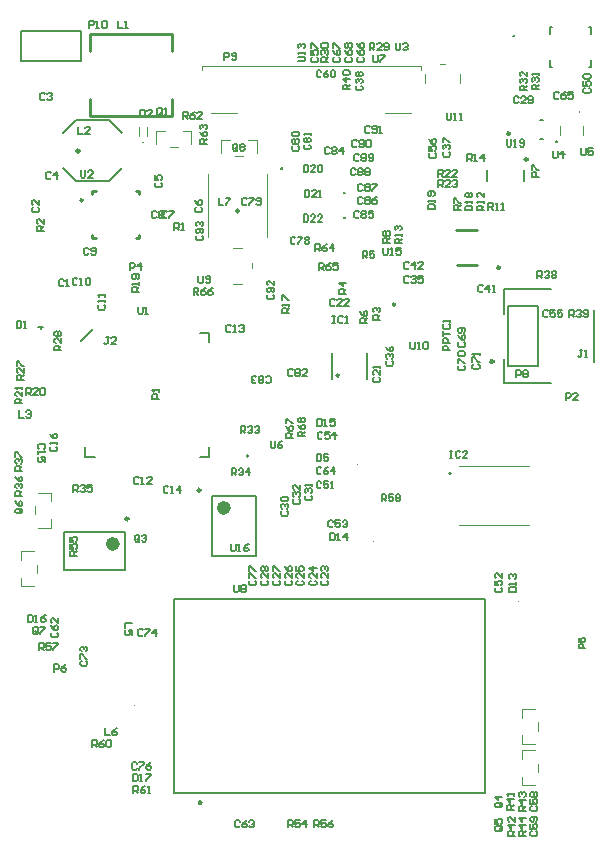
<source format=gbr>
%TF.GenerationSoftware,Altium Limited,Altium Designer,21.2.2 (38)*%
G04 Layer_Color=65535*
%FSLAX45Y45*%
%MOMM*%
%TF.SameCoordinates,215B76EA-4B9E-490E-954B-DD862D4548B8*%
%TF.FilePolarity,Positive*%
%TF.FileFunction,Legend,Top*%
%TF.Part,Single*%
G01*
G75*
%TA.AperFunction,NonConductor*%
%ADD88C,0.10000*%
%ADD89C,0.25400*%
%ADD90C,0.20000*%
%ADD91C,0.15000*%
%ADD98C,0.25000*%
%ADD99C,0.60000*%
%ADD100C,0.30000*%
%ADD101C,0.40000*%
%ADD102C,0.12700*%
%ADD103C,0.17780*%
D88*
X3100000Y2545000D02*
G03*
X3100000Y2545000I-5000J0D01*
G01*
X2960000Y3194999D02*
G03*
X2960000Y3194999I-5000J0D01*
G01*
X2960000Y3505000D02*
G03*
X2960000Y3505000I-5000J0D01*
G01*
X4935000Y6940000D02*
G03*
X4935000Y6940000I-5000J0D01*
G01*
X4320000Y2035000D02*
G03*
X4320000Y2035000I-5000J0D01*
G01*
X1070000Y1155000D02*
G03*
X1070000Y1155000I-5000J0D01*
G01*
X360000Y2880000D02*
Y2955000D01*
X250000D02*
X360000D01*
Y2655000D02*
Y2730000D01*
X225000Y2770000D02*
Y2817500D01*
Y2840000D01*
X250000Y2655000D02*
X360000D01*
X110000Y2160000D02*
Y2235000D01*
Y2160000D02*
X220000D01*
X110000Y2385000D02*
Y2460000D01*
X245000Y2297500D02*
Y2345000D01*
Y2275000D02*
Y2297500D01*
X110000Y2460000D02*
X220000D01*
X4350000Y775000D02*
X4460000D01*
X4485000Y590000D02*
Y612500D01*
Y660000D01*
X4350000Y700000D02*
Y775000D01*
Y475000D02*
X4460000D01*
X4350000D02*
Y550000D01*
Y825000D02*
Y900000D01*
Y825000D02*
X4460000D01*
X4350000Y1050000D02*
Y1125000D01*
X4485000Y962500D02*
Y1010000D01*
Y940000D02*
Y962500D01*
X4350000Y1125000D02*
X4460000D01*
X4670000Y5982500D02*
Y6057500D01*
X4870000Y5982500D02*
Y6057500D01*
X3525000Y6420000D02*
Y6500000D01*
X3825000Y6420000D02*
Y6500000D01*
X3652500Y6582500D02*
X3697500D01*
X3490000Y6530000D02*
Y6570000D01*
X3190000Y6170000D02*
X3410000D01*
X1720000D02*
X1940000D01*
X1640000Y6530000D02*
Y6570000D01*
X3490000D01*
X1690000Y5400002D02*
Y5650002D01*
Y5120002D02*
Y5400002D01*
X2190000Y5120002D02*
Y5650002D01*
X2062499Y4852501D02*
Y4897501D01*
X1899999Y4725001D02*
X1979999D01*
X1899999Y5025001D02*
X1979999D01*
X2105000Y5830002D02*
Y5940002D01*
X1920000Y5805002D02*
X1942500D01*
X1990000D01*
X2030000Y5940002D02*
X2105000D01*
X1805000Y5830002D02*
Y5940002D01*
X1880000D01*
X1172500Y5970000D02*
Y6050000D01*
X1107500Y5970000D02*
Y6050000D01*
X1550000Y5910000D02*
Y6020000D01*
X1365000Y5885000D02*
X1387500D01*
X1435000D01*
X1475000Y6020000D02*
X1550000D01*
X1250000Y5910000D02*
Y6020000D01*
X1325000D01*
X3820000Y3180000D02*
X4410000D01*
X3820000Y2680000D02*
X4410000D01*
D89*
X2800000Y3950000D02*
G03*
X2800000Y3950000I-10000J0D01*
G01*
X3274999Y4545000D02*
G03*
X3274999Y4545000I-10000J0D01*
G01*
X4245000Y5995000D02*
G03*
X4245000Y5995000I-10000J0D01*
G01*
X4282500Y6820000D02*
G03*
X4282500Y6820000I-5000J0D01*
G01*
X1950000Y5340002D02*
G03*
X1950000Y5340002I-10000J0D01*
G01*
X2845000Y5490002D02*
G03*
X2845000Y5490002I-5000J0D01*
G01*
X2315000Y5700002D02*
G03*
X2315000Y5700002I-5000J0D01*
G01*
X2845000Y5280002D02*
G03*
X2845000Y5280002I-5000J0D01*
G01*
X630000Y5430001D02*
G03*
X630000Y5430001I-10000J0D01*
G01*
X4160000Y4860000D02*
G03*
X4160000Y4860000I-10000J0D01*
G01*
X690000Y6140000D02*
Y6290000D01*
Y6690000D02*
Y6840000D01*
X1390000D01*
Y6690000D02*
Y6840000D01*
X690000Y6140000D02*
X1390000D01*
Y6290000D01*
X1080000Y5510001D02*
X1110000D01*
Y5480000D02*
Y5510001D01*
X710000D02*
X740000D01*
X710000Y5480000D02*
Y5510001D01*
Y5110000D02*
Y5140001D01*
Y5110000D02*
X740000D01*
X1080000D02*
X1110000D01*
Y5140001D01*
X3795000Y4880000D02*
X3965000D01*
X3792500Y5180000D02*
X3965000D01*
D90*
X2036250Y3265000D02*
G03*
X2036250Y3265000I-10000J0D01*
G01*
X4837500Y6180000D02*
G03*
X4837500Y6180000I-2500J0D01*
G01*
X1142500Y5920000D02*
G03*
X1142500Y5920000I-2500J0D01*
G01*
X3747906Y3120000D02*
G03*
X3747906Y3120000I-7906J0D01*
G01*
X4055000Y5595000D02*
Y5685000D01*
X4365000Y5595000D02*
Y5685000D01*
X3040000Y3920000D02*
Y4140000D01*
X2740000Y3920000D02*
Y4140000D01*
X475000Y2300000D02*
Y2620000D01*
X985000Y2300000D02*
Y2620000D01*
X475000Y2300000D02*
X985000D01*
X475000Y2620000D02*
X985000D01*
X4233000Y4029000D02*
Y4537000D01*
Y4029000D02*
X4487000D01*
Y4537000D01*
X4233000D02*
X4487000D01*
X4500000Y5950000D02*
X4530000D01*
X4500000Y6110000D02*
X4530000D01*
X4920000Y6900000D02*
X4930000D01*
X4590000D02*
X4600000D01*
X4920000Y6560000D02*
X4930000D01*
X4590000D02*
X4600000D01*
X4930000Y6841000D02*
Y6900000D01*
Y6560000D02*
Y6619000D01*
X4590000Y6841000D02*
Y6900000D01*
Y6560000D02*
Y6619000D01*
X252500Y4357500D02*
X297500D01*
X275000Y4337500D02*
Y4357500D01*
X460000Y6000000D02*
X570000Y6110000D01*
X850000D01*
X960000Y6000000D01*
X850000Y5590000D02*
X960000Y5700000D01*
X570000Y5590000D02*
X850000D01*
X460000Y5700000D02*
X570000Y5590000D01*
X109000Y6613000D02*
Y6867000D01*
X617000D01*
Y6613000D02*
Y6867000D01*
X109000Y6613000D02*
X617000D01*
X1620000Y4310000D02*
X1700000D01*
X650000Y3260000D02*
Y3340000D01*
Y3260000D02*
X730000D01*
X1620000D02*
X1700000D01*
Y3340000D01*
Y4230000D02*
Y4310000D01*
X617500Y4242500D02*
X717500Y4342500D01*
X1725000Y2415000D02*
Y2925000D01*
X2095000Y2415000D02*
Y2925000D01*
X1725000D02*
X2095000D01*
X1725000Y2415000D02*
X2095000D01*
D91*
X1400000Y410000D02*
X4040000D01*
Y2050000D01*
X1400000D02*
X4040000D01*
X1400000Y410000D02*
Y2050000D01*
X4645000Y5935000D02*
Y5925004D01*
X4635004D01*
Y5935000D01*
X4645000D01*
X3640026Y5540010D02*
Y5599990D01*
X3670016D01*
X3680013Y5589993D01*
Y5570000D01*
X3670016Y5560003D01*
X3640026D01*
X3660020D02*
X3680013Y5540010D01*
X3739994D02*
X3700007D01*
X3739994Y5579997D01*
Y5589993D01*
X3729997Y5599990D01*
X3710003D01*
X3700007Y5589993D01*
X3759987D02*
X3769984Y5599990D01*
X3789977D01*
X3799974Y5589993D01*
Y5579997D01*
X3789977Y5570000D01*
X3779981D01*
X3789977D01*
X3799974Y5560003D01*
Y5550006D01*
X3789977Y5540010D01*
X3769984D01*
X3759987Y5550006D01*
X3640026Y5630010D02*
Y5689990D01*
X3670016D01*
X3680013Y5679993D01*
Y5660000D01*
X3670016Y5650003D01*
X3640026D01*
X3660020D02*
X3680013Y5630010D01*
X3739994D02*
X3700007D01*
X3739994Y5669997D01*
Y5679993D01*
X3729997Y5689990D01*
X3710003D01*
X3700007Y5679993D01*
X3799974Y5630010D02*
X3759987D01*
X3799974Y5669997D01*
Y5679993D01*
X3789977Y5689990D01*
X3769984D01*
X3759987Y5679993D01*
X613360Y5682221D02*
Y5632237D01*
X623357Y5622240D01*
X643350D01*
X653347Y5632237D01*
Y5682221D01*
X713328Y5622240D02*
X673341D01*
X713328Y5662227D01*
Y5672224D01*
X703331Y5682221D01*
X683337D01*
X673341Y5672224D01*
X1279990Y3750013D02*
X1220010D01*
Y3780003D01*
X1230007Y3790000D01*
X1250000D01*
X1259997Y3780003D01*
Y3750013D01*
X1279990Y3809994D02*
Y3829987D01*
Y3819990D01*
X1220010D01*
X1230007Y3809994D01*
X1030016Y4840010D02*
Y4899990D01*
X1060007D01*
X1070003Y4889993D01*
Y4870000D01*
X1060007Y4860003D01*
X1030016D01*
X1119987Y4840010D02*
Y4899990D01*
X1089997Y4870000D01*
X1129984D01*
X850003Y4269990D02*
X830010D01*
X840007D01*
Y4220006D01*
X830010Y4210010D01*
X820013D01*
X810016Y4220006D01*
X909984Y4210010D02*
X869997D01*
X909984Y4249997D01*
Y4259993D01*
X899987Y4269990D01*
X879994D01*
X869997Y4259993D01*
X2450010Y6605025D02*
X2499994D01*
X2509990Y6615021D01*
Y6635015D01*
X2499994Y6645012D01*
X2450010D01*
X2509990Y6665005D02*
Y6684999D01*
Y6675002D01*
X2450010D01*
X2460007Y6665005D01*
Y6714989D02*
X2450010Y6724986D01*
Y6744979D01*
X2460007Y6754976D01*
X2470003D01*
X2480000Y6744979D01*
Y6734982D01*
Y6744979D01*
X2489997Y6754976D01*
X2499994D01*
X2509990Y6744979D01*
Y6724986D01*
X2499994Y6714989D01*
X3090016Y6659990D02*
Y6610006D01*
X3100013Y6600010D01*
X3120007D01*
X3130003Y6610006D01*
Y6659990D01*
X3149997D02*
X3189984D01*
Y6649993D01*
X3149997Y6610006D01*
Y6600010D01*
X4219825Y5944791D02*
Y5894807D01*
X4229822Y5884810D01*
X4249815D01*
X4259812Y5894807D01*
Y5944791D01*
X4279806Y5884810D02*
X4299799D01*
X4289802D01*
Y5944791D01*
X4279806Y5934794D01*
X4329789Y5894807D02*
X4339786Y5884810D01*
X4359780D01*
X4369776Y5894807D01*
Y5934794D01*
X4359780Y5944791D01*
X4339786D01*
X4329789Y5934794D01*
Y5924797D01*
X4339786Y5914801D01*
X4369776D01*
X1885024Y2519990D02*
Y2470006D01*
X1895021Y2460010D01*
X1915015D01*
X1925011Y2470006D01*
Y2519990D01*
X1945005Y2460010D02*
X1964999D01*
X1955002D01*
Y2519990D01*
X1945005Y2509993D01*
X2034976Y2519990D02*
X2014982Y2509993D01*
X1994989Y2490000D01*
Y2470006D01*
X2004985Y2460010D01*
X2024979D01*
X2034976Y2470006D01*
Y2480003D01*
X2024979Y2490000D01*
X1994989D01*
X3175025Y5029990D02*
Y4980006D01*
X3185021Y4970010D01*
X3205015D01*
X3215012Y4980006D01*
Y5029990D01*
X3235005Y4970010D02*
X3254999D01*
X3245002D01*
Y5029990D01*
X3235005Y5019993D01*
X3324976Y5029990D02*
X3284989D01*
Y5000000D01*
X3304982Y5009997D01*
X3314979D01*
X3324976Y5000000D01*
Y4980006D01*
X3314979Y4970010D01*
X3294986D01*
X3284989Y4980006D01*
X3710681Y6170390D02*
Y6120406D01*
X3720678Y6110410D01*
X3740671D01*
X3750668Y6120406D01*
Y6170390D01*
X3770662Y6110410D02*
X3790655D01*
X3780658D01*
Y6170390D01*
X3770662Y6160393D01*
X3820645Y6110410D02*
X3840639D01*
X3830642D01*
Y6170390D01*
X3820645Y6160393D01*
X3405024Y4229990D02*
Y4180006D01*
X3415021Y4170010D01*
X3435015D01*
X3445011Y4180006D01*
Y4229990D01*
X3465005Y4170010D02*
X3484999D01*
X3475002D01*
Y4229990D01*
X3465005Y4219993D01*
X3514989D02*
X3524985Y4229990D01*
X3544979D01*
X3554976Y4219993D01*
Y4180006D01*
X3544979Y4170010D01*
X3524985D01*
X3514989Y4180006D01*
Y4219993D01*
X1610016Y4789990D02*
Y4740006D01*
X1620013Y4730010D01*
X1640007D01*
X1650003Y4740006D01*
Y4789990D01*
X1669997Y4740006D02*
X1679994Y4730010D01*
X1699987D01*
X1709984Y4740006D01*
Y4779993D01*
X1699987Y4789990D01*
X1679994D01*
X1669997Y4779993D01*
Y4769997D01*
X1679994Y4760000D01*
X1709984D01*
X1910016Y2169990D02*
Y2120006D01*
X1920013Y2110010D01*
X1940007D01*
X1950003Y2120006D01*
Y2169990D01*
X1969997Y2159993D02*
X1979994Y2169990D01*
X1999987D01*
X2009984Y2159993D01*
Y2149997D01*
X1999987Y2140000D01*
X2009984Y2130003D01*
Y2120006D01*
X1999987Y2110010D01*
X1979994D01*
X1969997Y2120006D01*
Y2130003D01*
X1979994Y2140000D01*
X1969997Y2149997D01*
Y2159993D01*
X1979994Y2140000D02*
X1999987D01*
X2220016Y3389990D02*
Y3340006D01*
X2230013Y3330010D01*
X2250007D01*
X2260003Y3340006D01*
Y3389990D01*
X2319984D02*
X2299991Y3379993D01*
X2279997Y3360000D01*
Y3340006D01*
X2289994Y3330010D01*
X2309987D01*
X2319984Y3340006D01*
Y3350003D01*
X2309987Y3360000D01*
X2279997D01*
X4850016Y5869990D02*
Y5820006D01*
X4860013Y5810010D01*
X4880007D01*
X4890003Y5820006D01*
Y5869990D01*
X4949984D02*
X4909997D01*
Y5840000D01*
X4929991Y5849997D01*
X4939987D01*
X4949984Y5840000D01*
Y5820006D01*
X4939987Y5810010D01*
X4919994D01*
X4909997Y5820006D01*
X4610016Y5849990D02*
Y5800006D01*
X4620013Y5790010D01*
X4640007D01*
X4650003Y5800006D01*
Y5849990D01*
X4699987Y5790010D02*
Y5849990D01*
X4669997Y5820000D01*
X4709984D01*
X3280016Y6759990D02*
Y6710006D01*
X3290013Y6700010D01*
X3310007D01*
X3320003Y6710006D01*
Y6759990D01*
X3339997Y6749993D02*
X3349994Y6759990D01*
X3369987D01*
X3379984Y6749993D01*
Y6739997D01*
X3369987Y6730000D01*
X3359990D01*
X3369987D01*
X3379984Y6720003D01*
Y6710006D01*
X3369987Y6700010D01*
X3349994D01*
X3339997Y6710006D01*
X1100013Y4529990D02*
Y4480006D01*
X1110010Y4470010D01*
X1130003D01*
X1140000Y4480006D01*
Y4529990D01*
X1159994Y4470010D02*
X1179987D01*
X1169990D01*
Y4529990D01*
X1159994Y4519993D01*
X2509990Y3430026D02*
X2450010D01*
Y3460016D01*
X2460007Y3470013D01*
X2480000D01*
X2489997Y3460016D01*
Y3430026D01*
Y3450020D02*
X2509990Y3470013D01*
X2450010Y3529993D02*
X2460007Y3510000D01*
X2480000Y3490006D01*
X2499993D01*
X2509990Y3500003D01*
Y3519997D01*
X2499993Y3529993D01*
X2489997D01*
X2480000Y3519997D01*
Y3490006D01*
X2460007Y3549987D02*
X2450010Y3559984D01*
Y3579977D01*
X2460007Y3589974D01*
X2470003D01*
X2480000Y3579977D01*
X2489997Y3589974D01*
X2499993D01*
X2509990Y3579977D01*
Y3559984D01*
X2499993Y3549987D01*
X2489997D01*
X2480000Y3559984D01*
X2470003Y3549987D01*
X2460007D01*
X2480000Y3559984D02*
Y3579977D01*
X2409990Y3420026D02*
X2350010D01*
Y3450016D01*
X2360007Y3460013D01*
X2380000D01*
X2389997Y3450016D01*
Y3420026D01*
Y3440020D02*
X2409990Y3460013D01*
X2350010Y3519993D02*
X2360007Y3500000D01*
X2380000Y3480007D01*
X2399994D01*
X2409990Y3490003D01*
Y3509997D01*
X2399994Y3519993D01*
X2389997D01*
X2380000Y3509997D01*
Y3480007D01*
X2350010Y3539987D02*
Y3579974D01*
X2360007D01*
X2399994Y3539987D01*
X2409990D01*
X1570026Y4630010D02*
Y4689990D01*
X1600016D01*
X1610013Y4679993D01*
Y4660000D01*
X1600016Y4650003D01*
X1570026D01*
X1590020D02*
X1610013Y4630010D01*
X1669994Y4689990D02*
X1650000Y4679993D01*
X1630007Y4660000D01*
Y4640006D01*
X1640003Y4630010D01*
X1659997D01*
X1669994Y4640006D01*
Y4650003D01*
X1659997Y4660000D01*
X1630007D01*
X1729974Y4689990D02*
X1709981Y4679993D01*
X1689987Y4660000D01*
Y4640006D01*
X1699984Y4630010D01*
X1719978D01*
X1729974Y4640006D01*
Y4650003D01*
X1719978Y4660000D01*
X1689987D01*
X2630026Y4840010D02*
Y4899990D01*
X2660016D01*
X2670013Y4889993D01*
Y4870000D01*
X2660016Y4860003D01*
X2630026D01*
X2650020D02*
X2670013Y4840010D01*
X2729994Y4899990D02*
X2710000Y4889993D01*
X2690007Y4870000D01*
Y4850006D01*
X2700003Y4840010D01*
X2719997D01*
X2729994Y4850006D01*
Y4860003D01*
X2719997Y4870000D01*
X2690007D01*
X2789974Y4899990D02*
X2749987D01*
Y4870000D01*
X2769981Y4879997D01*
X2779977D01*
X2789974Y4870000D01*
Y4850006D01*
X2779977Y4840010D01*
X2759984D01*
X2749987Y4850006D01*
X2600026Y5000010D02*
Y5059990D01*
X2630016D01*
X2640013Y5049993D01*
Y5030000D01*
X2630016Y5020003D01*
X2600026D01*
X2620020D02*
X2640013Y5000010D01*
X2699994Y5059990D02*
X2680000Y5049993D01*
X2660007Y5030000D01*
Y5010006D01*
X2670003Y5000010D01*
X2689997D01*
X2699994Y5010006D01*
Y5020003D01*
X2689997Y5030000D01*
X2660007D01*
X2749977Y5000010D02*
Y5059990D01*
X2719987Y5030000D01*
X2759974D01*
X1679990Y5910026D02*
X1620009D01*
Y5940016D01*
X1630006Y5950013D01*
X1650000D01*
X1659996Y5940016D01*
Y5910026D01*
Y5930019D02*
X1679990Y5950013D01*
X1620009Y6009993D02*
X1630006Y5990000D01*
X1650000Y5970006D01*
X1669993D01*
X1679990Y5980003D01*
Y5999997D01*
X1669993Y6009993D01*
X1659996D01*
X1650000Y5999997D01*
Y5970006D01*
X1630006Y6029987D02*
X1620009Y6039984D01*
Y6059977D01*
X1630006Y6069974D01*
X1640003D01*
X1650000Y6059977D01*
Y6049981D01*
Y6059977D01*
X1659996Y6069974D01*
X1669993D01*
X1679990Y6059977D01*
Y6039984D01*
X1669993Y6029987D01*
X1480026Y6120010D02*
Y6179990D01*
X1510016D01*
X1520013Y6169993D01*
Y6150000D01*
X1510016Y6140003D01*
X1480026D01*
X1500020D02*
X1520013Y6120010D01*
X1579994Y6179990D02*
X1560000Y6169993D01*
X1540007Y6150000D01*
Y6130006D01*
X1550003Y6120010D01*
X1569997D01*
X1579994Y6130006D01*
Y6140003D01*
X1569997Y6150000D01*
X1540007D01*
X1639974Y6120010D02*
X1599987D01*
X1639974Y6159997D01*
Y6169993D01*
X1629977Y6179990D01*
X1609984D01*
X1599987Y6169993D01*
X1060023Y410010D02*
Y469990D01*
X1090013D01*
X1100010Y459993D01*
Y440000D01*
X1090013Y430003D01*
X1060023D01*
X1080016D02*
X1100010Y410010D01*
X1159990Y469990D02*
X1139997Y459993D01*
X1120003Y440000D01*
Y420006D01*
X1130000Y410010D01*
X1149994D01*
X1159990Y420006D01*
Y430003D01*
X1149994Y440000D01*
X1120003D01*
X1179984Y410010D02*
X1199978D01*
X1189981D01*
Y469990D01*
X1179984Y459993D01*
X710026Y800010D02*
Y859990D01*
X740016D01*
X750013Y849993D01*
Y830000D01*
X740016Y820003D01*
X710026D01*
X730020D02*
X750013Y800010D01*
X809994Y859990D02*
X790000Y849993D01*
X770007Y830000D01*
Y810007D01*
X780003Y800010D01*
X799997D01*
X809994Y810007D01*
Y820003D01*
X799997Y830000D01*
X770007D01*
X829987Y849993D02*
X839984Y859990D01*
X859977D01*
X869974Y849993D01*
Y810007D01*
X859977Y800010D01*
X839984D01*
X829987Y810007D01*
Y849993D01*
X3160026Y2880010D02*
Y2939990D01*
X3190016D01*
X3200013Y2929993D01*
Y2910000D01*
X3190016Y2900003D01*
X3160026D01*
X3180020D02*
X3200013Y2880010D01*
X3259994Y2939990D02*
X3220007D01*
Y2910000D01*
X3240000Y2919997D01*
X3249997D01*
X3259994Y2910000D01*
Y2890006D01*
X3249997Y2880010D01*
X3230003D01*
X3220007Y2890006D01*
X3279987Y2929993D02*
X3289984Y2939990D01*
X3309978D01*
X3319974Y2929993D01*
Y2919997D01*
X3309978Y2910000D01*
X3319974Y2900003D01*
Y2890006D01*
X3309978Y2880010D01*
X3289984D01*
X3279987Y2890006D01*
Y2900003D01*
X3289984Y2910000D01*
X3279987Y2919997D01*
Y2929993D01*
X3289984Y2910000D02*
X3309978D01*
X260026Y1620010D02*
Y1679990D01*
X290016D01*
X300013Y1669993D01*
Y1650000D01*
X290016Y1640003D01*
X260026D01*
X280020D02*
X300013Y1620010D01*
X359994Y1679990D02*
X320007D01*
Y1650000D01*
X340000Y1659997D01*
X349997D01*
X359994Y1650000D01*
Y1630006D01*
X349997Y1620010D01*
X330003D01*
X320007Y1630006D01*
X379987Y1679990D02*
X419974D01*
Y1669993D01*
X379987Y1630006D01*
Y1620010D01*
X2590026Y120010D02*
Y179990D01*
X2620016D01*
X2630013Y169993D01*
Y150000D01*
X2620016Y140003D01*
X2590026D01*
X2610020D02*
X2630013Y120010D01*
X2689994Y179990D02*
X2650007D01*
Y150000D01*
X2670000Y159997D01*
X2679997D01*
X2689994Y150000D01*
Y130006D01*
X2679997Y120010D01*
X2660003D01*
X2650007Y130006D01*
X2749974Y179990D02*
X2729981Y169993D01*
X2709987Y150000D01*
Y130006D01*
X2719984Y120010D01*
X2739978D01*
X2749974Y130006D01*
Y140003D01*
X2739978Y150000D01*
X2709987D01*
X579990Y2420026D02*
X520010D01*
Y2450016D01*
X530007Y2460013D01*
X550000D01*
X559997Y2450016D01*
Y2420026D01*
Y2440020D02*
X579990Y2460013D01*
X520010Y2519994D02*
Y2480007D01*
X550000D01*
X540003Y2500000D01*
Y2509997D01*
X550000Y2519994D01*
X569994D01*
X579990Y2509997D01*
Y2490003D01*
X569994Y2480007D01*
X520010Y2579974D02*
Y2539987D01*
X550000D01*
X540003Y2559981D01*
Y2569978D01*
X550000Y2579974D01*
X569994D01*
X579990Y2569978D01*
Y2549984D01*
X569994Y2539987D01*
X2370026Y120010D02*
Y179990D01*
X2400016D01*
X2410013Y169993D01*
Y150000D01*
X2400016Y140003D01*
X2370026D01*
X2390020D02*
X2410013Y120010D01*
X2469994Y179990D02*
X2430007D01*
Y150000D01*
X2450000Y159997D01*
X2459997D01*
X2469994Y150000D01*
Y130006D01*
X2459997Y120010D01*
X2440003D01*
X2430007Y130006D01*
X2519977Y120010D02*
Y179990D01*
X2489987Y150000D01*
X2529974D01*
X4379990Y50026D02*
X4320009D01*
Y80016D01*
X4330006Y90013D01*
X4350000D01*
X4359996Y80016D01*
Y50026D01*
Y70019D02*
X4379990Y90013D01*
Y139997D02*
X4320009D01*
X4350000Y110006D01*
Y149993D01*
X4379990Y199977D02*
X4320009D01*
X4350000Y169987D01*
Y209974D01*
X4379990Y260026D02*
X4320010D01*
Y290016D01*
X4330007Y300013D01*
X4350000D01*
X4359997Y290016D01*
Y260026D01*
Y280020D02*
X4379990Y300013D01*
Y349997D02*
X4320010D01*
X4350000Y320007D01*
Y359994D01*
X4330007Y379987D02*
X4320010Y389984D01*
Y409978D01*
X4330007Y419974D01*
X4340003D01*
X4350000Y409978D01*
Y399981D01*
Y409978D01*
X4359997Y419974D01*
X4369994D01*
X4379990Y409978D01*
Y389984D01*
X4369994Y379987D01*
X4289990Y50026D02*
X4230010D01*
Y80016D01*
X4240007Y90013D01*
X4260000D01*
X4269997Y80016D01*
Y50026D01*
Y70019D02*
X4289990Y90013D01*
Y139997D02*
X4230010D01*
X4260000Y110006D01*
Y149993D01*
X4289990Y209974D02*
Y169987D01*
X4250003Y209974D01*
X4240007D01*
X4230010Y199977D01*
Y179984D01*
X4240007Y169987D01*
X4279990Y270023D02*
X4220009D01*
Y300013D01*
X4230006Y310010D01*
X4250000D01*
X4259996Y300013D01*
Y270023D01*
Y290016D02*
X4279990Y310010D01*
Y359993D02*
X4220009D01*
X4250000Y330003D01*
Y369990D01*
X4279990Y389984D02*
Y409977D01*
Y399980D01*
X4220009D01*
X4230006Y389984D01*
X2889990Y6370026D02*
X2830010D01*
Y6400016D01*
X2840007Y6410013D01*
X2860000D01*
X2869997Y6400016D01*
Y6370026D01*
Y6390019D02*
X2889990Y6410013D01*
Y6459997D02*
X2830010D01*
X2860000Y6430006D01*
Y6469993D01*
X2840007Y6489987D02*
X2830010Y6499984D01*
Y6519977D01*
X2840007Y6529974D01*
X2879993D01*
X2889990Y6519977D01*
Y6499984D01*
X2879993Y6489987D01*
X2840007D01*
X4750026Y4440010D02*
Y4499990D01*
X4780016D01*
X4790013Y4489993D01*
Y4470000D01*
X4780016Y4460003D01*
X4750026D01*
X4770020D02*
X4790013Y4440010D01*
X4810007Y4489993D02*
X4820003Y4499990D01*
X4839997D01*
X4849994Y4489993D01*
Y4479997D01*
X4839997Y4470000D01*
X4830000D01*
X4839997D01*
X4849994Y4460003D01*
Y4450006D01*
X4839997Y4440010D01*
X4820003D01*
X4810007Y4450006D01*
X4869987D02*
X4879984Y4440010D01*
X4899977D01*
X4909974Y4450006D01*
Y4489993D01*
X4899977Y4499990D01*
X4879984D01*
X4869987Y4489993D01*
Y4479997D01*
X4879984Y4470000D01*
X4909974D01*
X4480026Y4770010D02*
Y4829990D01*
X4510016D01*
X4520013Y4819993D01*
Y4800000D01*
X4510016Y4790003D01*
X4480026D01*
X4500020D02*
X4520013Y4770010D01*
X4540007Y4819993D02*
X4550003Y4829990D01*
X4569997D01*
X4579994Y4819993D01*
Y4809997D01*
X4569997Y4800000D01*
X4560000D01*
X4569997D01*
X4579994Y4790003D01*
Y4780006D01*
X4569997Y4770010D01*
X4550003D01*
X4540007Y4780006D01*
X4599987Y4819993D02*
X4609984Y4829990D01*
X4629978D01*
X4639974Y4819993D01*
Y4809997D01*
X4629978Y4800000D01*
X4639974Y4790003D01*
Y4780006D01*
X4629978Y4770010D01*
X4609984D01*
X4599987Y4780006D01*
Y4790003D01*
X4609984Y4800000D01*
X4599987Y4809997D01*
Y4819993D01*
X4609984Y4800000D02*
X4629978D01*
X119990Y3140026D02*
X60010D01*
Y3170016D01*
X70007Y3180013D01*
X90000D01*
X99997Y3170016D01*
Y3140026D01*
Y3160020D02*
X119990Y3180013D01*
X70007Y3200007D02*
X60010Y3210003D01*
Y3229997D01*
X70007Y3239994D01*
X80003D01*
X90000Y3229997D01*
Y3220000D01*
Y3229997D01*
X99997Y3239994D01*
X109994D01*
X119990Y3229997D01*
Y3210003D01*
X109994Y3200007D01*
X60010Y3259987D02*
Y3299974D01*
X70007D01*
X109994Y3259987D01*
X119990D01*
X119990Y2930026D02*
X60010D01*
Y2960016D01*
X70006Y2970013D01*
X90000D01*
X99996Y2960016D01*
Y2930026D01*
Y2950020D02*
X119990Y2970013D01*
X70006Y2990006D02*
X60010Y3000003D01*
Y3019997D01*
X70006Y3029993D01*
X80003D01*
X90000Y3019997D01*
Y3010000D01*
Y3019997D01*
X99996Y3029993D01*
X109993D01*
X119990Y3019997D01*
Y3000003D01*
X109993Y2990006D01*
X60010Y3089974D02*
X70006Y3069981D01*
X90000Y3049987D01*
X109993D01*
X119990Y3059984D01*
Y3079977D01*
X109993Y3089974D01*
X99996D01*
X90000Y3079977D01*
Y3049987D01*
X550026Y2960010D02*
Y3019990D01*
X580016D01*
X590013Y3009993D01*
Y2990000D01*
X580016Y2980003D01*
X550026D01*
X570020D02*
X590013Y2960010D01*
X610007Y3009993D02*
X620003Y3019990D01*
X639997D01*
X649994Y3009993D01*
Y2999997D01*
X639997Y2990000D01*
X630000D01*
X639997D01*
X649994Y2980003D01*
Y2970007D01*
X639997Y2960010D01*
X620003D01*
X610007Y2970007D01*
X709974Y3019990D02*
X669987D01*
Y2990000D01*
X689981Y2999997D01*
X699978D01*
X709974Y2990000D01*
Y2970007D01*
X699978Y2960010D01*
X679984D01*
X669987Y2970007D01*
X1890026Y3100010D02*
Y3159990D01*
X1920016D01*
X1930013Y3149993D01*
Y3130000D01*
X1920016Y3120003D01*
X1890026D01*
X1910020D02*
X1930013Y3100010D01*
X1950007Y3149993D02*
X1960003Y3159990D01*
X1979997D01*
X1989994Y3149993D01*
Y3139997D01*
X1979997Y3130000D01*
X1970000D01*
X1979997D01*
X1989994Y3120003D01*
Y3110006D01*
X1979997Y3100010D01*
X1960003D01*
X1950007Y3110006D01*
X2039978Y3100010D02*
Y3159990D01*
X2009987Y3130000D01*
X2049974D01*
X1966240Y3456700D02*
Y3516681D01*
X1996230D01*
X2006227Y3506684D01*
Y3486690D01*
X1996230Y3476694D01*
X1966240D01*
X1986234D02*
X2006227Y3456700D01*
X2026220Y3506684D02*
X2036217Y3516681D01*
X2056211D01*
X2066207Y3506684D01*
Y3496687D01*
X2056211Y3486690D01*
X2046214D01*
X2056211D01*
X2066207Y3476694D01*
Y3466697D01*
X2056211Y3456700D01*
X2036217D01*
X2026220Y3466697D01*
X2086201Y3506684D02*
X2096198Y3516681D01*
X2116191D01*
X2126188Y3506684D01*
Y3496687D01*
X2116191Y3486690D01*
X2106195D01*
X2116191D01*
X2126188Y3476694D01*
Y3466697D01*
X2116191Y3456700D01*
X2096198D01*
X2086201Y3466697D01*
X4389990Y6360026D02*
X4330009D01*
Y6390016D01*
X4340006Y6400013D01*
X4360000D01*
X4369996Y6390016D01*
Y6360026D01*
Y6380019D02*
X4389990Y6400013D01*
X4340006Y6420006D02*
X4330009Y6430003D01*
Y6449997D01*
X4340006Y6459993D01*
X4350003D01*
X4360000Y6449997D01*
Y6440000D01*
Y6449997D01*
X4369996Y6459993D01*
X4379993D01*
X4389990Y6449997D01*
Y6430003D01*
X4379993Y6420006D01*
X4389990Y6519974D02*
Y6479987D01*
X4350003Y6519974D01*
X4340006D01*
X4330009Y6509977D01*
Y6489984D01*
X4340006Y6479987D01*
X4489990Y6370023D02*
X4430010D01*
Y6400013D01*
X4440007Y6410010D01*
X4460000D01*
X4469997Y6400013D01*
Y6370023D01*
Y6390016D02*
X4489990Y6410010D01*
X4440007Y6430003D02*
X4430010Y6440000D01*
Y6459994D01*
X4440007Y6469990D01*
X4450003D01*
X4460000Y6459994D01*
Y6449997D01*
Y6459994D01*
X4469997Y6469990D01*
X4479994D01*
X4489990Y6459994D01*
Y6440000D01*
X4479994Y6430003D01*
X4489990Y6489984D02*
Y6509978D01*
Y6499981D01*
X4430010D01*
X4440007Y6489984D01*
X2709990Y6600026D02*
X2650010D01*
Y6630016D01*
X2660007Y6640013D01*
X2680000D01*
X2689997Y6630016D01*
Y6600026D01*
Y6620020D02*
X2709990Y6640013D01*
X2660007Y6660007D02*
X2650010Y6670003D01*
Y6689997D01*
X2660007Y6699994D01*
X2670003D01*
X2680000Y6689997D01*
Y6680000D01*
Y6689997D01*
X2689997Y6699994D01*
X2699994D01*
X2709990Y6689997D01*
Y6670003D01*
X2699994Y6660007D01*
X2660007Y6719987D02*
X2650010Y6729984D01*
Y6749978D01*
X2660007Y6759974D01*
X2699994D01*
X2709990Y6749978D01*
Y6729984D01*
X2699994Y6719987D01*
X2660007D01*
X3060026Y6700010D02*
Y6759990D01*
X3090016D01*
X3100013Y6749993D01*
Y6730000D01*
X3090016Y6720003D01*
X3060026D01*
X3080020D02*
X3100013Y6700010D01*
X3159994D02*
X3120007D01*
X3159994Y6739997D01*
Y6749993D01*
X3149997Y6759990D01*
X3130003D01*
X3120007Y6749993D01*
X3179987Y6710006D02*
X3189984Y6700010D01*
X3209978D01*
X3219974Y6710006D01*
Y6749993D01*
X3209978Y6759990D01*
X3189984D01*
X3179987Y6749993D01*
Y6739997D01*
X3189984Y6730000D01*
X3219974D01*
X449990Y4160026D02*
X390009D01*
Y4190016D01*
X400006Y4200013D01*
X420000D01*
X429996Y4190016D01*
Y4160026D01*
Y4180019D02*
X449990Y4200013D01*
Y4259993D02*
Y4220006D01*
X410003Y4259993D01*
X400006D01*
X390009Y4249997D01*
Y4230003D01*
X400006Y4220006D01*
Y4279987D02*
X390009Y4289984D01*
Y4309977D01*
X400006Y4319974D01*
X410003D01*
X420000Y4309977D01*
X429996Y4319974D01*
X439993D01*
X449990Y4309977D01*
Y4289984D01*
X439993Y4279987D01*
X429996D01*
X420000Y4289984D01*
X410003Y4279987D01*
X400006D01*
X420000Y4289984D02*
Y4309977D01*
X129990Y3910026D02*
X70010D01*
Y3940016D01*
X80006Y3950013D01*
X100000D01*
X109996Y3940016D01*
Y3910026D01*
Y3930019D02*
X129990Y3950013D01*
Y4009993D02*
Y3970006D01*
X90003Y4009993D01*
X80006D01*
X70010Y3999997D01*
Y3980003D01*
X80006Y3970006D01*
X70010Y4029987D02*
Y4069974D01*
X80006D01*
X119993Y4029987D01*
X129990D01*
X119990Y3710023D02*
X60010D01*
Y3740013D01*
X70007Y3750010D01*
X90000D01*
X99997Y3740013D01*
Y3710023D01*
Y3730016D02*
X119990Y3750010D01*
Y3809990D02*
Y3770003D01*
X80003Y3809990D01*
X70007D01*
X60010Y3799994D01*
Y3780000D01*
X70007Y3770003D01*
X119990Y3829984D02*
Y3849978D01*
Y3839981D01*
X60010D01*
X70007Y3829984D01*
X150026Y3780010D02*
Y3839990D01*
X180016D01*
X190013Y3829993D01*
Y3810000D01*
X180016Y3800003D01*
X150026D01*
X170020D02*
X190013Y3780010D01*
X249994D02*
X210007D01*
X249994Y3819997D01*
Y3829993D01*
X239997Y3839990D01*
X220003D01*
X210007Y3829993D01*
X269987D02*
X279984Y3839990D01*
X299978D01*
X309974Y3829993D01*
Y3790006D01*
X299978Y3780010D01*
X279984D01*
X269987Y3790006D01*
Y3829993D01*
X1109990Y4655024D02*
X1050010D01*
Y4685015D01*
X1060007Y4695011D01*
X1080000D01*
X1089997Y4685015D01*
Y4655024D01*
Y4675018D02*
X1109990Y4695011D01*
Y4715005D02*
Y4734998D01*
Y4725001D01*
X1050010D01*
X1060007Y4715005D01*
X1099993Y4764988D02*
X1109990Y4774985D01*
Y4794979D01*
X1099993Y4804975D01*
X1060007D01*
X1050010Y4794979D01*
Y4774985D01*
X1060007Y4764988D01*
X1070003D01*
X1080000Y4774985D01*
Y4804975D01*
X2379990Y4475024D02*
X2320010D01*
Y4505015D01*
X2330007Y4515011D01*
X2350000D01*
X2359997Y4505015D01*
Y4475024D01*
Y4495018D02*
X2379990Y4515011D01*
Y4535005D02*
Y4554999D01*
Y4545002D01*
X2320010D01*
X2330007Y4535005D01*
X2320010Y4584989D02*
Y4624976D01*
X2330007D01*
X2369993Y4584989D01*
X2379990D01*
X3885024Y5760010D02*
Y5819990D01*
X3915015D01*
X3925011Y5809993D01*
Y5790000D01*
X3915015Y5780003D01*
X3885024D01*
X3905018D02*
X3925011Y5760010D01*
X3945005D02*
X3964999D01*
X3955002D01*
Y5819990D01*
X3945005Y5809993D01*
X4024979Y5760010D02*
Y5819990D01*
X3994989Y5790000D01*
X4034976D01*
X3329990Y5065024D02*
X3270010D01*
Y5095015D01*
X3280007Y5105011D01*
X3300000D01*
X3309997Y5095015D01*
Y5065024D01*
Y5085018D02*
X3329990Y5105011D01*
Y5125005D02*
Y5144999D01*
Y5135002D01*
X3270010D01*
X3280007Y5125005D01*
Y5174989D02*
X3270010Y5184985D01*
Y5204979D01*
X3280007Y5214976D01*
X3290003D01*
X3300000Y5204979D01*
Y5194982D01*
Y5204979D01*
X3309997Y5214976D01*
X3319994D01*
X3329990Y5204979D01*
Y5184985D01*
X3319994Y5174989D01*
X4029990Y5345024D02*
X3970009D01*
Y5375015D01*
X3980006Y5385011D01*
X4000000D01*
X4009996Y5375015D01*
Y5345024D01*
Y5365018D02*
X4029990Y5385011D01*
Y5405005D02*
Y5424999D01*
Y5415002D01*
X3970009D01*
X3980006Y5405005D01*
X4029990Y5494976D02*
Y5454989D01*
X3990003Y5494976D01*
X3980006D01*
X3970009Y5484979D01*
Y5464985D01*
X3980006Y5454989D01*
X4065021Y5350010D02*
Y5409990D01*
X4095012D01*
X4105008Y5399993D01*
Y5380000D01*
X4095012Y5370003D01*
X4065021D01*
X4085015D02*
X4105008Y5350010D01*
X4125002D02*
X4144996D01*
X4134999D01*
Y5409990D01*
X4125002Y5399993D01*
X4174986Y5350010D02*
X4194979D01*
X4184982D01*
Y5409990D01*
X4174986Y5399993D01*
X3229990Y5070016D02*
X3170010D01*
Y5100007D01*
X3180007Y5110003D01*
X3200000D01*
X3209997Y5100007D01*
Y5070016D01*
Y5090010D02*
X3229990Y5110003D01*
X3180007Y5129997D02*
X3170010Y5139994D01*
Y5159987D01*
X3180007Y5169984D01*
X3190003D01*
X3200000Y5159987D01*
X3209997Y5169984D01*
X3219994D01*
X3229990Y5159987D01*
Y5139994D01*
X3219994Y5129997D01*
X3209997D01*
X3200000Y5139994D01*
X3190003Y5129997D01*
X3180007D01*
X3200000Y5139994D02*
Y5159987D01*
X3829990Y5350016D02*
X3770009D01*
Y5380007D01*
X3780006Y5390003D01*
X3800000D01*
X3809996Y5380007D01*
Y5350016D01*
Y5370010D02*
X3829990Y5390003D01*
X3770009Y5409997D02*
Y5449984D01*
X3780006D01*
X3819993Y5409997D01*
X3829990D01*
X3039990Y4390016D02*
X2980010D01*
Y4420007D01*
X2990007Y4430003D01*
X3010000D01*
X3019997Y4420007D01*
Y4390016D01*
Y4410010D02*
X3039990Y4430003D01*
X2980010Y4489984D02*
X2990007Y4469991D01*
X3010000Y4449997D01*
X3029994D01*
X3039990Y4459994D01*
Y4479987D01*
X3029994Y4489984D01*
X3019997D01*
X3010000Y4479987D01*
Y4449997D01*
X3000016Y4940010D02*
Y4999990D01*
X3030007D01*
X3040003Y4989993D01*
Y4970000D01*
X3030007Y4960003D01*
X3000016D01*
X3020010D02*
X3040003Y4940010D01*
X3099984Y4999990D02*
X3059997D01*
Y4970000D01*
X3079991Y4979997D01*
X3089987D01*
X3099984Y4970000D01*
Y4950006D01*
X3089987Y4940010D01*
X3069994D01*
X3059997Y4950006D01*
X2859990Y4640016D02*
X2800010D01*
Y4670007D01*
X2810007Y4680003D01*
X2830000D01*
X2839997Y4670007D01*
Y4640016D01*
Y4660010D02*
X2859990Y4680003D01*
Y4729987D02*
X2800010D01*
X2830000Y4699997D01*
Y4739984D01*
X3149990Y4420016D02*
X3090010D01*
Y4450007D01*
X3100007Y4460003D01*
X3120000D01*
X3129997Y4450007D01*
Y4420016D01*
Y4440010D02*
X3149990Y4460003D01*
X3100007Y4479997D02*
X3090010Y4489994D01*
Y4509987D01*
X3100007Y4519984D01*
X3110003D01*
X3120000Y4509987D01*
Y4499990D01*
Y4509987D01*
X3129997Y4519984D01*
X3139994D01*
X3149990Y4509987D01*
Y4489994D01*
X3139994Y4479997D01*
X299990Y5170016D02*
X240009D01*
Y5200006D01*
X250006Y5210003D01*
X270000D01*
X279996Y5200006D01*
Y5170016D01*
Y5190010D02*
X299990Y5210003D01*
Y5269984D02*
Y5229997D01*
X260003Y5269984D01*
X250006D01*
X240009Y5259987D01*
Y5239993D01*
X250006Y5229997D01*
X1405840Y5175200D02*
Y5235181D01*
X1435830D01*
X1445827Y5225184D01*
Y5205190D01*
X1435830Y5195194D01*
X1405840D01*
X1425834D02*
X1445827Y5175200D01*
X1465821D02*
X1485814D01*
X1475817D01*
Y5235181D01*
X1465821Y5225184D01*
X1940003Y5860006D02*
Y5899993D01*
X1930007Y5909990D01*
X1910013D01*
X1900016Y5899993D01*
Y5860006D01*
X1910013Y5850010D01*
X1930007D01*
X1920010Y5870003D02*
X1940003Y5850010D01*
X1930007D02*
X1940003Y5860006D01*
X1959997Y5899993D02*
X1969994Y5909990D01*
X1989987D01*
X1999984Y5899993D01*
Y5889997D01*
X1989987Y5880000D01*
X1999984Y5870003D01*
Y5860006D01*
X1989987Y5850010D01*
X1969994D01*
X1959997Y5860006D01*
Y5870003D01*
X1969994Y5880000D01*
X1959997Y5889997D01*
Y5899993D01*
X1969994Y5880000D02*
X1989987D01*
X250003Y1770006D02*
Y1809993D01*
X240007Y1819990D01*
X220013D01*
X210016Y1809993D01*
Y1770006D01*
X220013Y1760010D01*
X240007D01*
X230010Y1780003D02*
X250003Y1760010D01*
X240007D02*
X250003Y1770006D01*
X269997Y1819990D02*
X309984D01*
Y1809993D01*
X269997Y1770006D01*
Y1760010D01*
X109993Y2820003D02*
X70006D01*
X60010Y2810006D01*
Y2790013D01*
X70006Y2780016D01*
X109993D01*
X119990Y2790013D01*
Y2810006D01*
X99996Y2800010D02*
X119990Y2820003D01*
Y2810006D02*
X109993Y2820003D01*
X60010Y2879984D02*
X70006Y2859990D01*
X90000Y2839997D01*
X109993D01*
X119990Y2849993D01*
Y2869987D01*
X109993Y2879984D01*
X99996D01*
X90000Y2869987D01*
Y2839997D01*
X4169994Y130003D02*
X4130007D01*
X4120010Y120007D01*
Y100013D01*
X4130007Y90016D01*
X4169994D01*
X4179990Y100013D01*
Y120007D01*
X4159997Y110010D02*
X4179990Y130003D01*
Y120007D02*
X4169994Y130003D01*
X4120010Y189984D02*
Y149997D01*
X4150000D01*
X4140003Y169991D01*
Y179987D01*
X4150000Y189984D01*
X4169994D01*
X4179990Y179987D01*
Y159994D01*
X4169994Y149997D01*
Y330003D02*
X4130007D01*
X4120010Y320007D01*
Y300013D01*
X4130007Y290016D01*
X4169994D01*
X4179990Y300013D01*
Y320007D01*
X4159997Y310010D02*
X4179990Y330003D01*
Y320007D02*
X4169994Y330003D01*
X4179990Y379987D02*
X4120010D01*
X4150000Y349997D01*
Y389984D01*
X1110003Y2550006D02*
Y2589993D01*
X1100007Y2599990D01*
X1080013D01*
X1070016Y2589993D01*
Y2550006D01*
X1080013Y2540010D01*
X1100007D01*
X1090010Y2560003D02*
X1110003Y2540010D01*
X1100007D02*
X1110003Y2550006D01*
X1129997Y2589993D02*
X1139994Y2599990D01*
X1159987D01*
X1169984Y2589993D01*
Y2579997D01*
X1159987Y2570000D01*
X1149991D01*
X1159987D01*
X1169984Y2560003D01*
Y2550006D01*
X1159987Y2540010D01*
X1139994D01*
X1129997Y2550006D01*
X1301047Y6160557D02*
Y6200544D01*
X1291050Y6210541D01*
X1271057D01*
X1261060Y6200544D01*
Y6160557D01*
X1271057Y6150560D01*
X1291050D01*
X1281054Y6170554D02*
X1301047Y6150560D01*
X1291050D02*
X1301047Y6160557D01*
X1321041Y6150560D02*
X1341034D01*
X1331037D01*
Y6210541D01*
X1321041Y6200544D01*
X3739990Y4160042D02*
X3680010D01*
Y4190033D01*
X3690007Y4200029D01*
X3710000D01*
X3719997Y4190033D01*
Y4160042D01*
X3739990Y4220023D02*
X3680010D01*
Y4250013D01*
X3690007Y4260010D01*
X3710000D01*
X3719997Y4250013D01*
Y4220023D01*
X3680010Y4280003D02*
Y4319990D01*
Y4299997D01*
X3739990D01*
X3690007Y4379971D02*
X3680010Y4369974D01*
Y4349981D01*
X3690007Y4339984D01*
X3729994D01*
X3739990Y4349981D01*
Y4369974D01*
X3729994Y4379971D01*
X3739990Y4399965D02*
Y4419958D01*
Y4409961D01*
X3680010D01*
X3690007Y4399965D01*
X685025Y6890010D02*
Y6949990D01*
X715015D01*
X725012Y6939993D01*
Y6920000D01*
X715015Y6910003D01*
X685025D01*
X745005Y6890010D02*
X764999D01*
X755002D01*
Y6949990D01*
X745005Y6939993D01*
X794989D02*
X804985Y6949990D01*
X824979D01*
X834976Y6939993D01*
Y6900006D01*
X824979Y6890010D01*
X804985D01*
X794989Y6900006D01*
Y6939993D01*
X1830016Y6620010D02*
Y6679990D01*
X1860007D01*
X1870003Y6669993D01*
Y6650000D01*
X1860007Y6640003D01*
X1830016D01*
X1889997Y6630006D02*
X1899994Y6620010D01*
X1919987D01*
X1929984Y6630006D01*
Y6669993D01*
X1919987Y6679990D01*
X1899994D01*
X1889997Y6669993D01*
Y6659997D01*
X1899994Y6650000D01*
X1929984D01*
X4300016Y3930010D02*
Y3989990D01*
X4330007D01*
X4340003Y3979993D01*
Y3960000D01*
X4330007Y3950003D01*
X4300016D01*
X4359997Y3979993D02*
X4369994Y3989990D01*
X4389987D01*
X4399984Y3979993D01*
Y3969997D01*
X4389987Y3960000D01*
X4399984Y3950003D01*
Y3940006D01*
X4389987Y3930010D01*
X4369994D01*
X4359997Y3940006D01*
Y3950003D01*
X4369994Y3960000D01*
X4359997Y3969997D01*
Y3979993D01*
X4369994Y3960000D02*
X4389987D01*
X4489990Y5630016D02*
X4430010D01*
Y5660007D01*
X4440007Y5670003D01*
X4460000D01*
X4469997Y5660007D01*
Y5630016D01*
X4430010Y5689997D02*
Y5729984D01*
X4440007D01*
X4479994Y5689997D01*
X4489990D01*
X390016Y1440010D02*
Y1499990D01*
X420007D01*
X430003Y1489993D01*
Y1470000D01*
X420007Y1460003D01*
X390016D01*
X489984Y1499990D02*
X469991Y1489993D01*
X449997Y1470000D01*
Y1450006D01*
X459994Y1440010D01*
X479987D01*
X489984Y1450006D01*
Y1460003D01*
X479987Y1470000D01*
X449997D01*
X4720016Y3740010D02*
Y3799990D01*
X4750007D01*
X4760003Y3789993D01*
Y3770000D01*
X4750007Y3760003D01*
X4720016D01*
X4819984Y3740010D02*
X4779997D01*
X4819984Y3779997D01*
Y3789993D01*
X4809987Y3799990D01*
X4789994D01*
X4779997Y3789993D01*
X1780016Y5449990D02*
Y5390010D01*
X1820003D01*
X1839997Y5449990D02*
X1879984D01*
Y5439993D01*
X1839997Y5400006D01*
Y5390010D01*
X820016Y959990D02*
Y900010D01*
X860003D01*
X919984Y959990D02*
X899991Y949993D01*
X879997Y930000D01*
Y910006D01*
X889994Y900010D01*
X909987D01*
X919984Y910006D01*
Y920003D01*
X909987Y930000D01*
X879997D01*
X1049990Y1849984D02*
X990010D01*
Y1809997D01*
X1049990Y1750016D02*
Y1790003D01*
X1020000D01*
X1029997Y1770009D01*
Y1760013D01*
X1020000Y1750016D01*
X1000006D01*
X990010Y1760013D01*
Y1780006D01*
X1000006Y1790003D01*
X90016Y3649990D02*
Y3590010D01*
X130003D01*
X149997Y3639993D02*
X159994Y3649990D01*
X179987D01*
X189984Y3639993D01*
Y3629997D01*
X179987Y3620000D01*
X169991D01*
X179987D01*
X189984Y3610003D01*
Y3600007D01*
X179987Y3590010D01*
X159994D01*
X149997Y3600007D01*
X590016Y6049990D02*
Y5990010D01*
X630003D01*
X689984D02*
X649997D01*
X689984Y6029997D01*
Y6039993D01*
X679987Y6049990D01*
X659994D01*
X649997Y6039993D01*
X930013Y6949990D02*
Y6890010D01*
X970000D01*
X989994D02*
X1009987D01*
X999990D01*
Y6949990D01*
X989994Y6939993D01*
X4860000Y4159990D02*
X4840007D01*
X4850003D01*
Y4110007D01*
X4840007Y4100010D01*
X4830010D01*
X4820013Y4110007D01*
X4879994Y4100010D02*
X4899987D01*
X4889990D01*
Y4159990D01*
X4879994Y4149993D01*
X3737560Y3310621D02*
X3757554D01*
X3747557D01*
Y3250640D01*
X3737560D01*
X3757554D01*
X3827531Y3300624D02*
X3817534Y3310621D01*
X3797540D01*
X3787544Y3300624D01*
Y3260637D01*
X3797540Y3250640D01*
X3817534D01*
X3827531Y3260637D01*
X3887511Y3250640D02*
X3847524D01*
X3887511Y3290627D01*
Y3300624D01*
X3877514Y3310621D01*
X3857521D01*
X3847524Y3300624D01*
X2744420Y4452861D02*
X2764414D01*
X2754417D01*
Y4392880D01*
X2744420D01*
X2764414D01*
X2834391Y4442864D02*
X2824394Y4452861D01*
X2804400D01*
X2794404Y4442864D01*
Y4402877D01*
X2804400Y4392880D01*
X2824394D01*
X2834391Y4402877D01*
X2854384Y4392880D02*
X2874378D01*
X2864381D01*
Y4452861D01*
X2854384Y4442864D01*
X2500026Y5309990D02*
Y5250010D01*
X2530016D01*
X2540013Y5260006D01*
Y5299993D01*
X2530016Y5309990D01*
X2500026D01*
X2599994Y5250010D02*
X2560007D01*
X2599994Y5289997D01*
Y5299993D01*
X2589997Y5309990D01*
X2570003D01*
X2560007Y5299993D01*
X2659974Y5250010D02*
X2619987D01*
X2659974Y5289997D01*
Y5299993D01*
X2649977Y5309990D01*
X2629984D01*
X2619987Y5299993D01*
X2510023Y5519990D02*
Y5460010D01*
X2540013D01*
X2550010Y5470006D01*
Y5509993D01*
X2540013Y5519990D01*
X2510023D01*
X2609990Y5460010D02*
X2570003D01*
X2609990Y5499997D01*
Y5509993D01*
X2599994Y5519990D01*
X2580000D01*
X2570003Y5509993D01*
X2629984Y5460010D02*
X2649977D01*
X2639980D01*
Y5519990D01*
X2629984Y5509993D01*
X2500026Y5729990D02*
Y5670010D01*
X2530016D01*
X2540013Y5680006D01*
Y5719993D01*
X2530016Y5729990D01*
X2500026D01*
X2599994Y5670010D02*
X2560007D01*
X2599994Y5709997D01*
Y5719993D01*
X2589997Y5729990D01*
X2570003D01*
X2560007Y5719993D01*
X2619987D02*
X2629984Y5729990D01*
X2649977D01*
X2659974Y5719993D01*
Y5680006D01*
X2649977Y5670010D01*
X2629984D01*
X2619987Y5680006D01*
Y5719993D01*
X3550010Y5355025D02*
X3609990D01*
Y5385015D01*
X3599994Y5395012D01*
X3560007D01*
X3550010Y5385015D01*
Y5355025D01*
X3609990Y5415005D02*
Y5434999D01*
Y5425002D01*
X3550010D01*
X3560007Y5415005D01*
X3599994Y5464989D02*
X3609990Y5474985D01*
Y5494979D01*
X3599994Y5504976D01*
X3560007D01*
X3550010Y5494979D01*
Y5474985D01*
X3560007Y5464989D01*
X3570003D01*
X3580000Y5474985D01*
Y5504976D01*
X3870010Y5345024D02*
X3929990D01*
Y5375015D01*
X3919993Y5385011D01*
X3880006D01*
X3870010Y5375015D01*
Y5345024D01*
X3929990Y5405005D02*
Y5424999D01*
Y5415002D01*
X3870010D01*
X3880006Y5405005D01*
Y5454989D02*
X3870010Y5464985D01*
Y5484979D01*
X3880006Y5494976D01*
X3890003D01*
X3900000Y5484979D01*
X3909996Y5494976D01*
X3919993D01*
X3929990Y5484979D01*
Y5464985D01*
X3919993Y5454989D01*
X3909996D01*
X3900000Y5464985D01*
X3890003Y5454989D01*
X3880006D01*
X3900000Y5464985D02*
Y5484979D01*
X1055025Y569990D02*
Y510010D01*
X1085015D01*
X1095012Y520006D01*
Y559993D01*
X1085015Y569990D01*
X1055025D01*
X1115005Y510010D02*
X1134999D01*
X1125002D01*
Y569990D01*
X1115005Y559993D01*
X1164989Y569990D02*
X1204976D01*
Y559993D01*
X1164989Y520006D01*
Y510010D01*
X165025Y1919990D02*
Y1860010D01*
X195015D01*
X205012Y1870006D01*
Y1909993D01*
X195015Y1919990D01*
X165025D01*
X225005Y1860010D02*
X244999D01*
X235002D01*
Y1919990D01*
X225005Y1909993D01*
X314976Y1919990D02*
X294982Y1909993D01*
X274989Y1890000D01*
Y1870006D01*
X284985Y1860010D01*
X304979D01*
X314976Y1870006D01*
Y1880003D01*
X304979Y1890000D01*
X274989D01*
X2615024Y3579990D02*
Y3520010D01*
X2645015D01*
X2655011Y3530006D01*
Y3569993D01*
X2645015Y3579990D01*
X2615024D01*
X2675005Y3520010D02*
X2694999D01*
X2685002D01*
Y3579990D01*
X2675005Y3569993D01*
X2764976Y3579990D02*
X2724989D01*
Y3550000D01*
X2744982Y3559997D01*
X2754979D01*
X2764976Y3550000D01*
Y3530006D01*
X2754979Y3520010D01*
X2734985D01*
X2724989Y3530006D01*
X2725025Y2609990D02*
Y2550010D01*
X2755015D01*
X2765011Y2560006D01*
Y2599993D01*
X2755015Y2609990D01*
X2725025D01*
X2785005Y2550010D02*
X2804999D01*
X2795002D01*
Y2609990D01*
X2785005Y2599993D01*
X2864979Y2550010D02*
Y2609990D01*
X2834989Y2580000D01*
X2874976D01*
X4240010Y2115024D02*
X4299990D01*
Y2145015D01*
X4289994Y2155011D01*
X4250007D01*
X4240010Y2145015D01*
Y2115024D01*
X4299990Y2175005D02*
Y2194999D01*
Y2185002D01*
X4240010D01*
X4250007Y2175005D01*
Y2224989D02*
X4240010Y2234985D01*
Y2254979D01*
X4250007Y2264976D01*
X4260003D01*
X4270000Y2254979D01*
Y2244982D01*
Y2254979D01*
X4279997Y2264976D01*
X4289994D01*
X4299990Y2254979D01*
Y2234985D01*
X4289994Y2224989D01*
X2610016Y3279990D02*
Y3220010D01*
X2640007D01*
X2650003Y3230006D01*
Y3269993D01*
X2640007Y3279990D01*
X2610016D01*
X2709984D02*
X2669997D01*
Y3250000D01*
X2689991Y3259997D01*
X2699987D01*
X2709984Y3250000D01*
Y3230006D01*
X2699987Y3220010D01*
X2679994D01*
X2669997Y3230006D01*
X1116280Y6197841D02*
Y6137860D01*
X1146270D01*
X1156267Y6147857D01*
Y6187844D01*
X1146270Y6197841D01*
X1116280D01*
X1216248Y6137860D02*
X1176261D01*
X1216248Y6177847D01*
Y6187844D01*
X1206251Y6197841D01*
X1186257D01*
X1176261Y6187844D01*
X70013Y4409990D02*
Y4350010D01*
X100003D01*
X110000Y4360007D01*
Y4399993D01*
X100003Y4409990D01*
X70013D01*
X129994Y4350010D02*
X149987D01*
X139990D01*
Y4409990D01*
X129994Y4399993D01*
X2650013Y6519993D02*
X2640016Y6529990D01*
X2620023D01*
X2610026Y6519993D01*
Y6480006D01*
X2620023Y6470010D01*
X2640016D01*
X2650013Y6480006D01*
X2709994Y6529990D02*
X2690000Y6519993D01*
X2670007Y6500000D01*
Y6480006D01*
X2680003Y6470010D01*
X2699997D01*
X2709994Y6480006D01*
Y6490003D01*
X2699997Y6500000D01*
X2670007D01*
X2729987Y6519993D02*
X2739984Y6529990D01*
X2759977D01*
X2769974Y6519993D01*
Y6480006D01*
X2759977Y6470010D01*
X2739984D01*
X2729987Y6480006D01*
Y6519993D01*
X1600007Y5130013D02*
X1590010Y5120016D01*
Y5100023D01*
X1600007Y5090026D01*
X1639994D01*
X1649990Y5100023D01*
Y5120016D01*
X1639994Y5130013D01*
Y5150007D02*
X1649990Y5160003D01*
Y5179997D01*
X1639994Y5189994D01*
X1600007D01*
X1590010Y5179997D01*
Y5160003D01*
X1600007Y5150007D01*
X1610003D01*
X1620000Y5160003D01*
Y5189994D01*
X1600007Y5209987D02*
X1590010Y5219984D01*
Y5239978D01*
X1600007Y5249974D01*
X1610003D01*
X1620000Y5239978D01*
Y5229981D01*
Y5239978D01*
X1629997Y5249974D01*
X1639994D01*
X1649990Y5239978D01*
Y5219984D01*
X1639994Y5209987D01*
X2200007Y4630013D02*
X2190010Y4620016D01*
Y4600023D01*
X2200007Y4590026D01*
X2239993D01*
X2249990Y4600023D01*
Y4620016D01*
X2239993Y4630013D01*
Y4650007D02*
X2249990Y4660003D01*
Y4679997D01*
X2239993Y4689994D01*
X2200007D01*
X2190010Y4679997D01*
Y4660003D01*
X2200007Y4650007D01*
X2210003D01*
X2220000Y4660003D01*
Y4689994D01*
X2249990Y4749974D02*
Y4709987D01*
X2210003Y4749974D01*
X2200007D01*
X2190010Y4739978D01*
Y4719984D01*
X2200007Y4709987D01*
X3060010Y6049993D02*
X3050013Y6059990D01*
X3030019D01*
X3020023Y6049993D01*
Y6010006D01*
X3030019Y6000010D01*
X3050013D01*
X3060010Y6010006D01*
X3080003D02*
X3090000Y6000010D01*
X3109994D01*
X3119990Y6010006D01*
Y6049993D01*
X3109994Y6059990D01*
X3090000D01*
X3080003Y6049993D01*
Y6039997D01*
X3090000Y6030000D01*
X3119990D01*
X3139984Y6000010D02*
X3159977D01*
X3149980D01*
Y6059990D01*
X3139984Y6049993D01*
X2950013Y5929993D02*
X2940016Y5939990D01*
X2920023D01*
X2910026Y5929993D01*
Y5890007D01*
X2920023Y5880010D01*
X2940016D01*
X2950013Y5890007D01*
X2970007D02*
X2980003Y5880010D01*
X2999997D01*
X3009994Y5890007D01*
Y5929993D01*
X2999997Y5939990D01*
X2980003D01*
X2970007Y5929993D01*
Y5919997D01*
X2980003Y5910000D01*
X3009994D01*
X3029987Y5929993D02*
X3039984Y5939990D01*
X3059978D01*
X3069974Y5929993D01*
Y5890007D01*
X3059978Y5880010D01*
X3039984D01*
X3029987Y5890007D01*
Y5929993D01*
X2970013Y5809993D02*
X2960016Y5819990D01*
X2940023D01*
X2930026Y5809993D01*
Y5770006D01*
X2940023Y5760010D01*
X2960016D01*
X2970013Y5770006D01*
X2990007Y5809993D02*
X3000003Y5819990D01*
X3019997D01*
X3029994Y5809993D01*
Y5799997D01*
X3019997Y5790000D01*
X3029994Y5780003D01*
Y5770006D01*
X3019997Y5760010D01*
X3000003D01*
X2990007Y5770006D01*
Y5780003D01*
X3000003Y5790000D01*
X2990007Y5799997D01*
Y5809993D01*
X3000003Y5790000D02*
X3019997D01*
X3049987Y5770006D02*
X3059984Y5760010D01*
X3079978D01*
X3089974Y5770006D01*
Y5809993D01*
X3079978Y5819990D01*
X3059984D01*
X3049987Y5809993D01*
Y5799997D01*
X3059984Y5790000D01*
X3089974D01*
X2940013Y5689993D02*
X2930016Y5699990D01*
X2910023D01*
X2900026Y5689993D01*
Y5650006D01*
X2910023Y5640010D01*
X2930016D01*
X2940013Y5650006D01*
X2960007Y5689993D02*
X2970003Y5699990D01*
X2989997D01*
X2999993Y5689993D01*
Y5679997D01*
X2989997Y5670000D01*
X2999993Y5660003D01*
Y5650006D01*
X2989997Y5640010D01*
X2970003D01*
X2960007Y5650006D01*
Y5660003D01*
X2970003Y5670000D01*
X2960007Y5679997D01*
Y5689993D01*
X2970003Y5670000D02*
X2989997D01*
X3019987Y5689993D02*
X3029984Y5699990D01*
X3049977D01*
X3059974Y5689993D01*
Y5679997D01*
X3049977Y5670000D01*
X3059974Y5660003D01*
Y5650006D01*
X3049977Y5640010D01*
X3029984D01*
X3019987Y5650006D01*
Y5660003D01*
X3029984Y5670000D01*
X3019987Y5679997D01*
Y5689993D01*
X3029984Y5670000D02*
X3049977D01*
X3000013Y5559993D02*
X2990016Y5569990D01*
X2970023D01*
X2960026Y5559993D01*
Y5520006D01*
X2970023Y5510010D01*
X2990016D01*
X3000013Y5520006D01*
X3020007Y5559993D02*
X3030003Y5569990D01*
X3049997D01*
X3059994Y5559993D01*
Y5549997D01*
X3049997Y5540000D01*
X3059994Y5530003D01*
Y5520006D01*
X3049997Y5510010D01*
X3030003D01*
X3020007Y5520006D01*
Y5530003D01*
X3030003Y5540000D01*
X3020007Y5549997D01*
Y5559993D01*
X3030003Y5540000D02*
X3049997D01*
X3079987Y5569990D02*
X3119974D01*
Y5559993D01*
X3079987Y5520006D01*
Y5510010D01*
X3000013Y5449993D02*
X2990016Y5459990D01*
X2970023D01*
X2960026Y5449993D01*
Y5410006D01*
X2970023Y5400010D01*
X2990016D01*
X3000013Y5410006D01*
X3020007Y5449993D02*
X3030003Y5459990D01*
X3049997D01*
X3059994Y5449993D01*
Y5439997D01*
X3049997Y5430000D01*
X3059994Y5420003D01*
Y5410006D01*
X3049997Y5400010D01*
X3030003D01*
X3020007Y5410006D01*
Y5420003D01*
X3030003Y5430000D01*
X3020007Y5439997D01*
Y5449993D01*
X3030003Y5430000D02*
X3049997D01*
X3119974Y5459990D02*
X3099981Y5449993D01*
X3079987Y5430000D01*
Y5410006D01*
X3089984Y5400010D01*
X3109978D01*
X3119974Y5410006D01*
Y5420003D01*
X3109978Y5430000D01*
X3079987D01*
X2970013Y5329993D02*
X2960016Y5339990D01*
X2940023D01*
X2930026Y5329993D01*
Y5290006D01*
X2940023Y5280010D01*
X2960016D01*
X2970013Y5290006D01*
X2990007Y5329993D02*
X3000003Y5339990D01*
X3019997D01*
X3029994Y5329993D01*
Y5319997D01*
X3019997Y5310000D01*
X3029994Y5300003D01*
Y5290006D01*
X3019997Y5280010D01*
X3000003D01*
X2990007Y5290006D01*
Y5300003D01*
X3000003Y5310000D01*
X2990007Y5319997D01*
Y5329993D01*
X3000003Y5310000D02*
X3019997D01*
X3089974Y5339990D02*
X3049987D01*
Y5310000D01*
X3069981Y5319997D01*
X3079978D01*
X3089974Y5310000D01*
Y5290006D01*
X3079978Y5280010D01*
X3059984D01*
X3049987Y5290006D01*
X2720013Y5869993D02*
X2710016Y5879990D01*
X2690023D01*
X2680026Y5869993D01*
Y5830006D01*
X2690023Y5820010D01*
X2710016D01*
X2720013Y5830006D01*
X2740007Y5869993D02*
X2750003Y5879990D01*
X2769997D01*
X2779994Y5869993D01*
Y5859997D01*
X2769997Y5850000D01*
X2779994Y5840003D01*
Y5830006D01*
X2769997Y5820010D01*
X2750003D01*
X2740007Y5830006D01*
Y5840003D01*
X2750003Y5850000D01*
X2740007Y5859997D01*
Y5869993D01*
X2750003Y5850000D02*
X2769997D01*
X2829978Y5820010D02*
Y5879990D01*
X2799987Y5850000D01*
X2839974D01*
X2179987Y3890007D02*
X2189984Y3880010D01*
X2209977D01*
X2219974Y3890007D01*
Y3929994D01*
X2209977Y3939990D01*
X2189984D01*
X2179987Y3929994D01*
X2159993Y3890007D02*
X2149997Y3880010D01*
X2130003D01*
X2120006Y3890007D01*
Y3900003D01*
X2130003Y3910000D01*
X2120006Y3919997D01*
Y3929994D01*
X2130003Y3939990D01*
X2149997D01*
X2159993Y3929994D01*
Y3919997D01*
X2149997Y3910000D01*
X2159993Y3900003D01*
Y3890007D01*
X2149997Y3910000D02*
X2130003D01*
X2100013Y3890007D02*
X2090016Y3880010D01*
X2070023D01*
X2060026Y3890007D01*
Y3900003D01*
X2070023Y3910000D01*
X2080019D01*
X2070023D01*
X2060026Y3919997D01*
Y3929994D01*
X2070023Y3939990D01*
X2090016D01*
X2100013Y3929994D01*
X2410013Y3989992D02*
X2400017Y3999989D01*
X2380023D01*
X2370027Y3989992D01*
Y3950005D01*
X2380023Y3940008D01*
X2400017D01*
X2410013Y3950005D01*
X2430007Y3989992D02*
X2440004Y3999989D01*
X2459997D01*
X2469994Y3989992D01*
Y3979995D01*
X2459997Y3969999D01*
X2469994Y3960002D01*
Y3950005D01*
X2459997Y3940008D01*
X2440004D01*
X2430007Y3950005D01*
Y3960002D01*
X2440004Y3969999D01*
X2430007Y3979995D01*
Y3989992D01*
X2440004Y3969999D02*
X2459997D01*
X2529975Y3940008D02*
X2489988D01*
X2529975Y3979995D01*
Y3989992D01*
X2519978Y3999989D01*
X2499984D01*
X2489988Y3989992D01*
X2510006Y5900012D02*
X2500009Y5890015D01*
Y5870022D01*
X2510006Y5860025D01*
X2549993D01*
X2559990Y5870022D01*
Y5890015D01*
X2549993Y5900012D01*
X2510006Y5920005D02*
X2500009Y5930002D01*
Y5949996D01*
X2510006Y5959992D01*
X2520003D01*
X2530000Y5949996D01*
X2539996Y5959992D01*
X2549993D01*
X2559990Y5949996D01*
Y5930002D01*
X2549993Y5920005D01*
X2539996D01*
X2530000Y5930002D01*
X2520003Y5920005D01*
X2510006D01*
X2530000Y5930002D02*
Y5949996D01*
X2559990Y5979986D02*
Y5999980D01*
Y5989983D01*
X2500009D01*
X2510006Y5979986D01*
X2410007Y5890015D02*
X2400010Y5880018D01*
Y5860025D01*
X2410007Y5850028D01*
X2449994D01*
X2459990Y5860025D01*
Y5880018D01*
X2449994Y5890015D01*
X2410007Y5910009D02*
X2400010Y5920005D01*
Y5939999D01*
X2410007Y5949996D01*
X2420003D01*
X2430000Y5939999D01*
X2439997Y5949996D01*
X2449994D01*
X2459990Y5939999D01*
Y5920005D01*
X2449994Y5910009D01*
X2439997D01*
X2430000Y5920005D01*
X2420003Y5910009D01*
X2410007D01*
X2430000Y5920005D02*
Y5939999D01*
X2410007Y5969989D02*
X2400010Y5979986D01*
Y5999980D01*
X2410007Y6009976D01*
X2449994D01*
X2459990Y5999980D01*
Y5979986D01*
X2449994Y5969989D01*
X2410007D01*
X2020013Y5439993D02*
X2010016Y5449990D01*
X1990023D01*
X1980026Y5439993D01*
Y5400006D01*
X1990023Y5390010D01*
X2010016D01*
X2020013Y5400006D01*
X2040007Y5449990D02*
X2079994D01*
Y5439993D01*
X2040007Y5400006D01*
Y5390010D01*
X2099987Y5400006D02*
X2109984Y5390010D01*
X2129977D01*
X2139974Y5400006D01*
Y5439993D01*
X2129977Y5449990D01*
X2109984D01*
X2099987Y5439993D01*
Y5429997D01*
X2109984Y5420000D01*
X2139974D01*
X2430013Y5109993D02*
X2420016Y5119990D01*
X2400023D01*
X2390026Y5109993D01*
Y5070006D01*
X2400023Y5060010D01*
X2420016D01*
X2430013Y5070006D01*
X2450007Y5119990D02*
X2489993D01*
Y5109993D01*
X2450007Y5070006D01*
Y5060010D01*
X2509987Y5109993D02*
X2519984Y5119990D01*
X2539977D01*
X2549974Y5109993D01*
Y5099997D01*
X2539977Y5090000D01*
X2549974Y5080003D01*
Y5070006D01*
X2539977Y5060010D01*
X2519984D01*
X2509987Y5070006D01*
Y5080003D01*
X2519984Y5090000D01*
X2509987Y5099997D01*
Y5109993D01*
X2519984Y5090000D02*
X2539977D01*
X2050007Y2210013D02*
X2040010Y2200016D01*
Y2180023D01*
X2050007Y2170026D01*
X2089994D01*
X2099990Y2180023D01*
Y2200016D01*
X2089994Y2210013D01*
X2040010Y2230007D02*
Y2269994D01*
X2050007D01*
X2089994Y2230007D01*
X2099990D01*
X2040010Y2289987D02*
Y2329974D01*
X2050007D01*
X2089994Y2289987D01*
X2099990D01*
X1090013Y659993D02*
X1080016Y669990D01*
X1060023D01*
X1050026Y659993D01*
Y620006D01*
X1060023Y610010D01*
X1080016D01*
X1090013Y620006D01*
X1110007Y669990D02*
X1149994D01*
Y659993D01*
X1110007Y620006D01*
Y610010D01*
X1209974Y669990D02*
X1189981Y659993D01*
X1169987Y640000D01*
Y620006D01*
X1179984Y610010D01*
X1199978D01*
X1209974Y620006D01*
Y630003D01*
X1199978Y640000D01*
X1169987D01*
X1140013Y1789993D02*
X1130016Y1799990D01*
X1110023D01*
X1100026Y1789993D01*
Y1750006D01*
X1110023Y1740010D01*
X1130016D01*
X1140013Y1750006D01*
X1160007Y1799990D02*
X1199994D01*
Y1789993D01*
X1160007Y1750006D01*
Y1740010D01*
X1249977D02*
Y1799990D01*
X1219987Y1770000D01*
X1259974D01*
X620006Y1530013D02*
X610009Y1520016D01*
Y1500022D01*
X620006Y1490026D01*
X659993D01*
X669990Y1500022D01*
Y1520016D01*
X659993Y1530013D01*
X610009Y1550006D02*
Y1589993D01*
X620006D01*
X659993Y1550006D01*
X669990D01*
X620006Y1609987D02*
X610009Y1619984D01*
Y1639977D01*
X620006Y1649974D01*
X630003D01*
X640000Y1639977D01*
Y1629980D01*
Y1639977D01*
X649996Y1649974D01*
X659993D01*
X669990Y1639977D01*
Y1619984D01*
X659993Y1609987D01*
X3940006Y4040009D02*
X3930009Y4030013D01*
Y4010019D01*
X3940006Y4000022D01*
X3979993D01*
X3989990Y4010019D01*
Y4030013D01*
X3979993Y4040009D01*
X3930009Y4060003D02*
Y4099990D01*
X3940006D01*
X3979993Y4060003D01*
X3989990D01*
Y4119984D02*
Y4139977D01*
Y4129980D01*
X3930009D01*
X3940006Y4119984D01*
X3820007Y4030013D02*
X3810010Y4020016D01*
Y4000023D01*
X3820007Y3990026D01*
X3859994D01*
X3869990Y4000023D01*
Y4020016D01*
X3859994Y4030013D01*
X3810010Y4050007D02*
Y4089994D01*
X3820007D01*
X3859994Y4050007D01*
X3869990D01*
X3820007Y4109987D02*
X3810010Y4119984D01*
Y4139977D01*
X3820007Y4149974D01*
X3859994D01*
X3869990Y4139977D01*
Y4119984D01*
X3859994Y4109987D01*
X3820007D01*
X3820006Y4230013D02*
X3810009Y4220016D01*
Y4200023D01*
X3820006Y4190026D01*
X3859993D01*
X3869990Y4200023D01*
Y4220016D01*
X3859993Y4230013D01*
X3810009Y4289993D02*
X3820006Y4270000D01*
X3840000Y4250006D01*
X3859993D01*
X3869990Y4260003D01*
Y4279997D01*
X3859993Y4289993D01*
X3849996D01*
X3840000Y4279997D01*
Y4250006D01*
X3859993Y4309987D02*
X3869990Y4319984D01*
Y4339977D01*
X3859993Y4349974D01*
X3820006D01*
X3810009Y4339977D01*
Y4319984D01*
X3820006Y4309987D01*
X3830003D01*
X3840000Y4319984D01*
Y4349974D01*
X2860007Y6640013D02*
X2850010Y6630016D01*
Y6610023D01*
X2860007Y6600026D01*
X2899994D01*
X2909990Y6610023D01*
Y6630016D01*
X2899994Y6640013D01*
X2850010Y6699994D02*
X2860007Y6680000D01*
X2880000Y6660007D01*
X2899994D01*
X2909990Y6670003D01*
Y6689997D01*
X2899994Y6699994D01*
X2889997D01*
X2880000Y6689997D01*
Y6660007D01*
X2860007Y6719987D02*
X2850010Y6729984D01*
Y6749978D01*
X2860007Y6759974D01*
X2870003D01*
X2880000Y6749978D01*
X2889997Y6759974D01*
X2899994D01*
X2909990Y6749978D01*
Y6729984D01*
X2899994Y6719987D01*
X2889997D01*
X2880000Y6729984D01*
X2870003Y6719987D01*
X2860007D01*
X2880000Y6729984D02*
Y6749978D01*
X2760006Y6640013D02*
X2750009Y6630016D01*
Y6610023D01*
X2760006Y6600026D01*
X2799993D01*
X2809990Y6610023D01*
Y6630016D01*
X2799993Y6640013D01*
X2750009Y6699993D02*
X2760006Y6680000D01*
X2780000Y6660006D01*
X2799993D01*
X2809990Y6670003D01*
Y6689997D01*
X2799993Y6699993D01*
X2789996D01*
X2780000Y6689997D01*
Y6660006D01*
X2750009Y6719987D02*
Y6759974D01*
X2760006D01*
X2799993Y6719987D01*
X2809990D01*
X2960007Y6640013D02*
X2950010Y6630016D01*
Y6610023D01*
X2960007Y6600026D01*
X2999993D01*
X3009990Y6610023D01*
Y6630016D01*
X2999993Y6640013D01*
X2950010Y6699994D02*
X2960007Y6680000D01*
X2980000Y6660007D01*
X2999993D01*
X3009990Y6670003D01*
Y6689997D01*
X2999993Y6699994D01*
X2989997D01*
X2980000Y6689997D01*
Y6660007D01*
X2950010Y6759974D02*
X2960007Y6739981D01*
X2980000Y6719987D01*
X2999993D01*
X3009990Y6729984D01*
Y6749978D01*
X2999993Y6759974D01*
X2989997D01*
X2980000Y6749978D01*
Y6719987D01*
X4660013Y6339993D02*
X4650016Y6349990D01*
X4630023D01*
X4620026Y6339993D01*
Y6300006D01*
X4630023Y6290010D01*
X4650016D01*
X4660013Y6300006D01*
X4719994Y6349990D02*
X4700000Y6339993D01*
X4680007Y6320000D01*
Y6300006D01*
X4690003Y6290010D01*
X4709997D01*
X4719994Y6300006D01*
Y6310003D01*
X4709997Y6320000D01*
X4680007D01*
X4779974Y6349990D02*
X4739987D01*
Y6320000D01*
X4759981Y6329997D01*
X4769978D01*
X4779974Y6320000D01*
Y6300006D01*
X4769978Y6290010D01*
X4749984D01*
X4739987Y6300006D01*
X2650013Y3159993D02*
X2640016Y3169990D01*
X2620023D01*
X2610026Y3159993D01*
Y3120006D01*
X2620023Y3110010D01*
X2640016D01*
X2650013Y3120006D01*
X2709994Y3169990D02*
X2690000Y3159993D01*
X2670007Y3140000D01*
Y3120006D01*
X2680003Y3110010D01*
X2699997D01*
X2709994Y3120006D01*
Y3130003D01*
X2699997Y3140000D01*
X2670007D01*
X2759977Y3110010D02*
Y3169990D01*
X2729987Y3140000D01*
X2769974D01*
X1960013Y169993D02*
X1950016Y179990D01*
X1930023D01*
X1920026Y169993D01*
Y130006D01*
X1930023Y120010D01*
X1950016D01*
X1960013Y130006D01*
X2019994Y179990D02*
X2000000Y169993D01*
X1980007Y150000D01*
Y130006D01*
X1990003Y120010D01*
X2009997D01*
X2019994Y130006D01*
Y140003D01*
X2009997Y150000D01*
X1980007D01*
X2039987Y169993D02*
X2049984Y179990D01*
X2069978D01*
X2079974Y169993D01*
Y159997D01*
X2069978Y150000D01*
X2059981D01*
X2069978D01*
X2079974Y140003D01*
Y130006D01*
X2069978Y120010D01*
X2049984D01*
X2039987Y130006D01*
X370006Y1770013D02*
X360009Y1760016D01*
Y1740022D01*
X370006Y1730026D01*
X409993D01*
X419990Y1740022D01*
Y1760016D01*
X409993Y1770013D01*
X360009Y1829993D02*
X370006Y1810000D01*
X390000Y1790006D01*
X409993D01*
X419990Y1800003D01*
Y1819997D01*
X409993Y1829993D01*
X399996D01*
X390000Y1819997D01*
Y1790006D01*
X419990Y1889974D02*
Y1849987D01*
X380003Y1889974D01*
X370006D01*
X360009Y1879977D01*
Y1859984D01*
X370006Y1849987D01*
X4430007Y90013D02*
X4420010Y80016D01*
Y60023D01*
X4430007Y50026D01*
X4469994D01*
X4479990Y60023D01*
Y80016D01*
X4469994Y90013D01*
X4420010Y149994D02*
Y110007D01*
X4450000D01*
X4440003Y130000D01*
Y139997D01*
X4450000Y149994D01*
X4469994D01*
X4479990Y139997D01*
Y120003D01*
X4469994Y110007D01*
Y169987D02*
X4479990Y179984D01*
Y199978D01*
X4469994Y209974D01*
X4430007D01*
X4420010Y199978D01*
Y179984D01*
X4430007Y169987D01*
X4440003D01*
X4450000Y179984D01*
Y209974D01*
X4430006Y300013D02*
X4420009Y290016D01*
Y270023D01*
X4430006Y260026D01*
X4469993D01*
X4479990Y270023D01*
Y290016D01*
X4469993Y300013D01*
X4420009Y359993D02*
Y320006D01*
X4450000D01*
X4440003Y340000D01*
Y349997D01*
X4450000Y359993D01*
X4469993D01*
X4479990Y349997D01*
Y330003D01*
X4469993Y320006D01*
X4430006Y379987D02*
X4420009Y389984D01*
Y409977D01*
X4430006Y419974D01*
X4440003D01*
X4450000Y409977D01*
X4459996Y419974D01*
X4469993D01*
X4479990Y409977D01*
Y389984D01*
X4469993Y379987D01*
X4459996D01*
X4450000Y389984D01*
X4440003Y379987D01*
X4430006D01*
X4450000Y389984D02*
Y409977D01*
X2570007Y6640013D02*
X2560010Y6630016D01*
Y6610023D01*
X2570007Y6600026D01*
X2609994D01*
X2619990Y6610023D01*
Y6630016D01*
X2609994Y6640013D01*
X2560010Y6699994D02*
Y6660007D01*
X2590000D01*
X2580003Y6680000D01*
Y6689997D01*
X2590000Y6699994D01*
X2609994D01*
X2619990Y6689997D01*
Y6670003D01*
X2609994Y6660007D01*
X2560010Y6719987D02*
Y6759974D01*
X2570007D01*
X2609994Y6719987D01*
X2619990D01*
X3570006Y5830013D02*
X3560009Y5820016D01*
Y5800022D01*
X3570006Y5790026D01*
X3609993D01*
X3619990Y5800022D01*
Y5820016D01*
X3609993Y5830013D01*
X3560009Y5889993D02*
Y5850006D01*
X3590000D01*
X3580003Y5870000D01*
Y5879997D01*
X3590000Y5889993D01*
X3609993D01*
X3619990Y5879997D01*
Y5860003D01*
X3609993Y5850006D01*
X3560009Y5949974D02*
X3570006Y5929981D01*
X3590000Y5909987D01*
X3609993D01*
X3619990Y5919984D01*
Y5939977D01*
X3609993Y5949974D01*
X3599996D01*
X3590000Y5939977D01*
Y5909987D01*
X4570013Y4489993D02*
X4560016Y4499990D01*
X4540023D01*
X4530026Y4489993D01*
Y4450006D01*
X4540023Y4440010D01*
X4560016D01*
X4570013Y4450006D01*
X4629994Y4499990D02*
X4590007D01*
Y4470000D01*
X4610000Y4479997D01*
X4619997D01*
X4629994Y4470000D01*
Y4450006D01*
X4619997Y4440010D01*
X4600003D01*
X4590007Y4450006D01*
X4689974Y4499990D02*
X4649987D01*
Y4470000D01*
X4669981Y4479997D01*
X4679977D01*
X4689974Y4470000D01*
Y4450006D01*
X4679977Y4440010D01*
X4659984D01*
X4649987Y4450006D01*
X2660013Y3459993D02*
X2650016Y3469990D01*
X2630023D01*
X2620026Y3459993D01*
Y3420006D01*
X2630023Y3410010D01*
X2650016D01*
X2660013Y3420006D01*
X2719994Y3469990D02*
X2680007D01*
Y3440000D01*
X2700000Y3449997D01*
X2709997D01*
X2719994Y3440000D01*
Y3420006D01*
X2709997Y3410010D01*
X2690003D01*
X2680007Y3420006D01*
X2769977Y3410010D02*
Y3469990D01*
X2739987Y3440000D01*
X2779974D01*
X2750013Y2709993D02*
X2740016Y2719990D01*
X2720023D01*
X2710026Y2709993D01*
Y2670006D01*
X2720023Y2660010D01*
X2740016D01*
X2750013Y2670006D01*
X2809994Y2719990D02*
X2770007D01*
Y2690000D01*
X2790000Y2699997D01*
X2799997D01*
X2809994Y2690000D01*
Y2670006D01*
X2799997Y2660010D01*
X2780003D01*
X2770007Y2670006D01*
X2829987Y2709993D02*
X2839984Y2719990D01*
X2859978D01*
X2869974Y2709993D01*
Y2699997D01*
X2859978Y2690000D01*
X2849981D01*
X2859978D01*
X2869974Y2680003D01*
Y2670006D01*
X2859978Y2660010D01*
X2839984D01*
X2829987Y2670006D01*
X4130007Y2150013D02*
X4120010Y2140016D01*
Y2120023D01*
X4130007Y2110026D01*
X4169994D01*
X4179990Y2120023D01*
Y2140016D01*
X4169994Y2150013D01*
X4120010Y2209994D02*
Y2170007D01*
X4150000D01*
X4140003Y2190000D01*
Y2199997D01*
X4150000Y2209994D01*
X4169994D01*
X4179990Y2199997D01*
Y2180003D01*
X4169994Y2170007D01*
X4179990Y2269974D02*
Y2229987D01*
X4140003Y2269974D01*
X4130007D01*
X4120010Y2259977D01*
Y2239984D01*
X4130007Y2229987D01*
X2650010Y3039993D02*
X2640013Y3049990D01*
X2620019D01*
X2610023Y3039993D01*
Y3000006D01*
X2620019Y2990010D01*
X2640013D01*
X2650010Y3000006D01*
X2709990Y3049990D02*
X2670003D01*
Y3020000D01*
X2689997Y3029997D01*
X2699994D01*
X2709990Y3020000D01*
Y3000006D01*
X2699994Y2990010D01*
X2680000D01*
X2670003Y3000006D01*
X2729984Y2990010D02*
X2749977D01*
X2739981D01*
Y3049990D01*
X2729984Y3039993D01*
X4880007Y6380013D02*
X4870010Y6370016D01*
Y6350023D01*
X4880007Y6340026D01*
X4919994D01*
X4929990Y6350023D01*
Y6370016D01*
X4919994Y6380013D01*
X4870010Y6439994D02*
Y6400007D01*
X4900000D01*
X4890003Y6420000D01*
Y6429997D01*
X4900000Y6439994D01*
X4919994D01*
X4929990Y6429997D01*
Y6410003D01*
X4919994Y6400007D01*
X4880007Y6459987D02*
X4870010Y6469984D01*
Y6489978D01*
X4880007Y6499974D01*
X4919994D01*
X4929990Y6489978D01*
Y6469984D01*
X4919994Y6459987D01*
X4880007D01*
X3390013Y4899993D02*
X3380016Y4909990D01*
X3360023D01*
X3350026Y4899993D01*
Y4860006D01*
X3360023Y4850010D01*
X3380016D01*
X3390013Y4860006D01*
X3439997Y4850010D02*
Y4909990D01*
X3410007Y4880000D01*
X3449994D01*
X3509974Y4850010D02*
X3469987D01*
X3509974Y4889997D01*
Y4899993D01*
X3499978Y4909990D01*
X3479984D01*
X3469987Y4899993D01*
X4020010Y4699993D02*
X4010013Y4709990D01*
X3990019D01*
X3980023Y4699993D01*
Y4660006D01*
X3990019Y4650010D01*
X4010013D01*
X4020010Y4660006D01*
X4069994Y4650010D02*
Y4709990D01*
X4040003Y4680000D01*
X4079990D01*
X4099984Y4650010D02*
X4119978D01*
X4109981D01*
Y4709990D01*
X4099984Y4699993D01*
X2950007Y6400013D02*
X2940010Y6390016D01*
Y6370023D01*
X2950007Y6360026D01*
X2989994D01*
X2999990Y6370023D01*
Y6390016D01*
X2989994Y6400013D01*
X2950007Y6420007D02*
X2940010Y6430003D01*
Y6449997D01*
X2950007Y6459994D01*
X2960003D01*
X2970000Y6449997D01*
Y6440000D01*
Y6449997D01*
X2979997Y6459994D01*
X2989994D01*
X2999990Y6449997D01*
Y6430003D01*
X2989994Y6420007D01*
X2950007Y6479987D02*
X2940010Y6489984D01*
Y6509978D01*
X2950007Y6519974D01*
X2960003D01*
X2970000Y6509978D01*
X2979997Y6519974D01*
X2989994D01*
X2999990Y6509978D01*
Y6489984D01*
X2989994Y6479987D01*
X2979997D01*
X2970000Y6489984D01*
X2960003Y6479987D01*
X2950007D01*
X2970000Y6489984D02*
Y6509978D01*
X3690006Y5840013D02*
X3680009Y5830016D01*
Y5810022D01*
X3690006Y5800026D01*
X3729993D01*
X3739990Y5810022D01*
Y5830016D01*
X3729993Y5840013D01*
X3690006Y5860006D02*
X3680009Y5870003D01*
Y5889997D01*
X3690006Y5899993D01*
X3700003D01*
X3710000Y5889997D01*
Y5880000D01*
Y5889997D01*
X3719996Y5899993D01*
X3729993D01*
X3739990Y5889997D01*
Y5870003D01*
X3729993Y5860006D01*
X3680009Y5919987D02*
Y5959974D01*
X3690006D01*
X3729993Y5919987D01*
X3739990D01*
X3210007Y4070013D02*
X3200010Y4060016D01*
Y4040023D01*
X3210007Y4030026D01*
X3249994D01*
X3259990Y4040023D01*
Y4060016D01*
X3249994Y4070013D01*
X3210007Y4090007D02*
X3200010Y4100003D01*
Y4119997D01*
X3210007Y4129994D01*
X3220003D01*
X3230000Y4119997D01*
Y4110000D01*
Y4119997D01*
X3239997Y4129994D01*
X3249994D01*
X3259990Y4119997D01*
Y4100003D01*
X3249994Y4090007D01*
X3200010Y4189974D02*
X3210007Y4169981D01*
X3230000Y4149987D01*
X3249994D01*
X3259990Y4159984D01*
Y4179977D01*
X3249994Y4189974D01*
X3239997D01*
X3230000Y4179977D01*
Y4149987D01*
X3390013Y4779993D02*
X3380016Y4789990D01*
X3360023D01*
X3350026Y4779993D01*
Y4740006D01*
X3360023Y4730010D01*
X3380016D01*
X3390013Y4740006D01*
X3410007Y4779993D02*
X3420003Y4789990D01*
X3439997D01*
X3449994Y4779993D01*
Y4769997D01*
X3439997Y4760000D01*
X3430000D01*
X3439997D01*
X3449994Y4750003D01*
Y4740006D01*
X3439997Y4730010D01*
X3420003D01*
X3410007Y4740006D01*
X3509974Y4789990D02*
X3469987D01*
Y4760000D01*
X3489981Y4769997D01*
X3499978D01*
X3509974Y4760000D01*
Y4740006D01*
X3499978Y4730010D01*
X3479984D01*
X3469987Y4740006D01*
X2420006Y2900013D02*
X2410009Y2890016D01*
Y2870022D01*
X2420006Y2860026D01*
X2459993D01*
X2469990Y2870022D01*
Y2890016D01*
X2459993Y2900013D01*
X2420006Y2920006D02*
X2410009Y2930003D01*
Y2949997D01*
X2420006Y2959993D01*
X2430003D01*
X2440000Y2949997D01*
Y2940000D01*
Y2949997D01*
X2449996Y2959993D01*
X2459993D01*
X2469990Y2949997D01*
Y2930003D01*
X2459993Y2920006D01*
X2469990Y3019974D02*
Y2979987D01*
X2430003Y3019974D01*
X2420006D01*
X2410009Y3009977D01*
Y2989984D01*
X2420006Y2979987D01*
X2520006Y2930009D02*
X2510009Y2920013D01*
Y2900019D01*
X2520006Y2890022D01*
X2559993D01*
X2569990Y2900019D01*
Y2920013D01*
X2559993Y2930009D01*
X2520006Y2950003D02*
X2510009Y2960000D01*
Y2979993D01*
X2520006Y2989990D01*
X2530003D01*
X2540000Y2979993D01*
Y2969997D01*
Y2979993D01*
X2549996Y2989990D01*
X2559993D01*
X2569990Y2979993D01*
Y2960000D01*
X2559993Y2950003D01*
X2569990Y3009984D02*
Y3029977D01*
Y3019980D01*
X2510009D01*
X2520006Y3009984D01*
X2320006Y2800013D02*
X2310009Y2790016D01*
Y2770022D01*
X2320006Y2760026D01*
X2359993D01*
X2369990Y2770022D01*
Y2790016D01*
X2359993Y2800013D01*
X2320006Y2820006D02*
X2310009Y2830003D01*
Y2849997D01*
X2320006Y2859993D01*
X2330003D01*
X2340000Y2849997D01*
Y2840000D01*
Y2849997D01*
X2349996Y2859993D01*
X2359993D01*
X2369990Y2849997D01*
Y2830003D01*
X2359993Y2820006D01*
X2320006Y2879987D02*
X2310009Y2889984D01*
Y2909977D01*
X2320006Y2919974D01*
X2359993D01*
X2369990Y2909977D01*
Y2889984D01*
X2359993Y2879987D01*
X2320006D01*
X4320013Y6299993D02*
X4310016Y6309990D01*
X4290023D01*
X4280026Y6299993D01*
Y6260006D01*
X4290023Y6250010D01*
X4310016D01*
X4320013Y6260006D01*
X4379994Y6250010D02*
X4340007D01*
X4379994Y6289997D01*
Y6299993D01*
X4369997Y6309990D01*
X4350003D01*
X4340007Y6299993D01*
X4399987Y6260006D02*
X4409984Y6250010D01*
X4429977D01*
X4439974Y6260006D01*
Y6299993D01*
X4429977Y6309990D01*
X4409984D01*
X4399987Y6299993D01*
Y6289997D01*
X4409984Y6280000D01*
X4439974D01*
X2150007Y2210013D02*
X2140010Y2200016D01*
Y2180023D01*
X2150007Y2170026D01*
X2189994D01*
X2199990Y2180023D01*
Y2200016D01*
X2189994Y2210013D01*
X2199990Y2269994D02*
Y2230007D01*
X2160003Y2269994D01*
X2150007D01*
X2140010Y2259997D01*
Y2240003D01*
X2150007Y2230007D01*
Y2289987D02*
X2140010Y2299984D01*
Y2319978D01*
X2150007Y2329974D01*
X2160003D01*
X2170000Y2319978D01*
X2179997Y2329974D01*
X2189994D01*
X2199990Y2319978D01*
Y2299984D01*
X2189994Y2289987D01*
X2179997D01*
X2170000Y2299984D01*
X2160003Y2289987D01*
X2150007D01*
X2170000Y2299984D02*
Y2319978D01*
X2250007Y2210013D02*
X2240010Y2200016D01*
Y2180023D01*
X2250007Y2170026D01*
X2289994D01*
X2299990Y2180023D01*
Y2200016D01*
X2289994Y2210013D01*
X2299990Y2269994D02*
Y2230007D01*
X2260003Y2269994D01*
X2250007D01*
X2240010Y2259997D01*
Y2240003D01*
X2250007Y2230007D01*
X2240010Y2289987D02*
Y2329974D01*
X2250007D01*
X2289994Y2289987D01*
X2299990D01*
X2350007Y2210013D02*
X2340010Y2200016D01*
Y2180023D01*
X2350007Y2170026D01*
X2389994D01*
X2399990Y2180023D01*
Y2200016D01*
X2389994Y2210013D01*
X2399990Y2269994D02*
Y2230007D01*
X2360003Y2269994D01*
X2350007D01*
X2340010Y2259997D01*
Y2240003D01*
X2350007Y2230007D01*
X2340010Y2329974D02*
X2350007Y2309981D01*
X2370000Y2289987D01*
X2389994D01*
X2399990Y2299984D01*
Y2319978D01*
X2389994Y2329974D01*
X2379997D01*
X2370000Y2319978D01*
Y2289987D01*
X2450007Y2210013D02*
X2440010Y2200016D01*
Y2180023D01*
X2450007Y2170026D01*
X2489993D01*
X2499990Y2180023D01*
Y2200016D01*
X2489993Y2210013D01*
X2499990Y2269994D02*
Y2230007D01*
X2460003Y2269994D01*
X2450007D01*
X2440010Y2259997D01*
Y2240003D01*
X2450007Y2230007D01*
X2440010Y2329974D02*
Y2289987D01*
X2470000D01*
X2460003Y2309981D01*
Y2319978D01*
X2470000Y2329974D01*
X2489993D01*
X2499990Y2319978D01*
Y2299984D01*
X2489993Y2289987D01*
X2560007Y2210013D02*
X2550010Y2200016D01*
Y2180023D01*
X2560007Y2170026D01*
X2599994D01*
X2609990Y2180023D01*
Y2200016D01*
X2599994Y2210013D01*
X2609990Y2269994D02*
Y2230007D01*
X2570003Y2269994D01*
X2560007D01*
X2550010Y2259997D01*
Y2240003D01*
X2560007Y2230007D01*
X2609990Y2319978D02*
X2550010D01*
X2580000Y2289987D01*
Y2329974D01*
X2660007Y2210013D02*
X2650010Y2200016D01*
Y2180023D01*
X2660007Y2170026D01*
X2699994D01*
X2709990Y2180023D01*
Y2200016D01*
X2699994Y2210013D01*
X2709990Y2269994D02*
Y2230007D01*
X2670003Y2269994D01*
X2660007D01*
X2650010Y2259997D01*
Y2240003D01*
X2660007Y2230007D01*
Y2289987D02*
X2650010Y2299984D01*
Y2319978D01*
X2660007Y2329974D01*
X2670003D01*
X2680000Y2319978D01*
Y2309981D01*
Y2319978D01*
X2689997Y2329974D01*
X2699994D01*
X2709990Y2319978D01*
Y2299984D01*
X2699994Y2289987D01*
X2764087Y4585104D02*
X2754090Y4595101D01*
X2734097D01*
X2724100Y4585104D01*
Y4545117D01*
X2734097Y4535120D01*
X2754090D01*
X2764087Y4545117D01*
X2824068Y4535120D02*
X2784081D01*
X2824068Y4575107D01*
Y4585104D01*
X2814071Y4595101D01*
X2794077D01*
X2784081Y4585104D01*
X2884048Y4535120D02*
X2844061D01*
X2884048Y4575107D01*
Y4585104D01*
X2874051Y4595101D01*
X2854058D01*
X2844061Y4585104D01*
X3100007Y3930010D02*
X3090010Y3920013D01*
Y3900019D01*
X3100007Y3890023D01*
X3139994D01*
X3149990Y3900019D01*
Y3920013D01*
X3139994Y3930010D01*
X3149990Y3989990D02*
Y3950003D01*
X3110003Y3989990D01*
X3100007D01*
X3090010Y3979994D01*
Y3960000D01*
X3100007Y3950003D01*
X3149990Y4009984D02*
Y4029977D01*
Y4019981D01*
X3090010D01*
X3100007Y4009984D01*
X360007Y3345012D02*
X350010Y3335015D01*
Y3315021D01*
X360007Y3305025D01*
X399994D01*
X409990Y3315021D01*
Y3335015D01*
X399994Y3345012D01*
X409990Y3365005D02*
Y3384999D01*
Y3375002D01*
X350010D01*
X360007Y3365005D01*
X350010Y3454976D02*
X360007Y3434982D01*
X380000Y3414989D01*
X399994D01*
X409990Y3424986D01*
Y3444979D01*
X399994Y3454976D01*
X389997D01*
X380000Y3444979D01*
Y3414989D01*
X299994Y3324988D02*
X309990Y3334985D01*
Y3354979D01*
X299994Y3364975D01*
X260007D01*
X250010Y3354979D01*
Y3334985D01*
X260007Y3324988D01*
X250010Y3304995D02*
Y3285001D01*
Y3294998D01*
X309990D01*
X299994Y3304995D01*
X309990Y3215024D02*
Y3255011D01*
X280000D01*
X289997Y3235017D01*
Y3225021D01*
X280000Y3215024D01*
X260007D01*
X250010Y3225021D01*
Y3245014D01*
X260007Y3255011D01*
X1355012Y2999993D02*
X1345015Y3009990D01*
X1325021D01*
X1315025Y2999993D01*
Y2960006D01*
X1325021Y2950010D01*
X1345015D01*
X1355012Y2960006D01*
X1375005Y2950010D02*
X1394999D01*
X1385002D01*
Y3009990D01*
X1375005Y2999993D01*
X1454979Y2950010D02*
Y3009990D01*
X1424989Y2980000D01*
X1464976D01*
X1885247Y4366664D02*
X1875250Y4376661D01*
X1855257D01*
X1845260Y4366664D01*
Y4326677D01*
X1855257Y4316680D01*
X1875250D01*
X1885247Y4326677D01*
X1905241Y4316680D02*
X1925234D01*
X1915237D01*
Y4376661D01*
X1905241Y4366664D01*
X1955224D02*
X1965221Y4376661D01*
X1985214D01*
X1995211Y4366664D01*
Y4356667D01*
X1985214Y4346670D01*
X1975218D01*
X1985214D01*
X1995211Y4336674D01*
Y4326677D01*
X1985214Y4316680D01*
X1965221D01*
X1955224Y4326677D01*
X1105012Y3079993D02*
X1095015Y3089990D01*
X1075021D01*
X1065025Y3079993D01*
Y3040006D01*
X1075021Y3030010D01*
X1095015D01*
X1105012Y3040006D01*
X1125005Y3030010D02*
X1144999D01*
X1135002D01*
Y3089990D01*
X1125005Y3079993D01*
X1214976Y3030010D02*
X1174989D01*
X1214976Y3069997D01*
Y3079993D01*
X1204979Y3089990D01*
X1184985D01*
X1174989Y3079993D01*
X770006Y4545008D02*
X760009Y4535011D01*
Y4515018D01*
X770006Y4505021D01*
X809993D01*
X819990Y4515018D01*
Y4535011D01*
X809993Y4545008D01*
X819990Y4565002D02*
Y4584995D01*
Y4574998D01*
X760009D01*
X770006Y4565002D01*
X819990Y4614985D02*
Y4634979D01*
Y4624982D01*
X760009D01*
X770006Y4614985D01*
X585012Y4759993D02*
X575015Y4769990D01*
X555021D01*
X545025Y4759993D01*
Y4720006D01*
X555021Y4710010D01*
X575015D01*
X585012Y4720006D01*
X605005Y4710010D02*
X624999D01*
X615002D01*
Y4769990D01*
X605005Y4759993D01*
X654989D02*
X664985Y4769990D01*
X684979D01*
X694976Y4759993D01*
Y4720006D01*
X684979Y4710010D01*
X664985D01*
X654989Y4720006D01*
Y4759993D01*
X680003Y5019993D02*
X670007Y5029990D01*
X650013D01*
X640016Y5019993D01*
Y4980006D01*
X650013Y4970010D01*
X670007D01*
X680003Y4980006D01*
X699997D02*
X709993Y4970010D01*
X729987D01*
X739984Y4980006D01*
Y5019993D01*
X729987Y5029990D01*
X709993D01*
X699997Y5019993D01*
Y5009997D01*
X709993Y5000000D01*
X739984D01*
X1255327Y5326784D02*
X1245330Y5336781D01*
X1225337D01*
X1215340Y5326784D01*
Y5286797D01*
X1225337Y5276800D01*
X1245330D01*
X1255327Y5286797D01*
X1275321Y5326784D02*
X1285317Y5336781D01*
X1305311D01*
X1315308Y5326784D01*
Y5316787D01*
X1305311Y5306790D01*
X1315308Y5296794D01*
Y5286797D01*
X1305311Y5276800D01*
X1285317D01*
X1275321Y5286797D01*
Y5296794D01*
X1285317Y5306790D01*
X1275321Y5316787D01*
Y5326784D01*
X1285317Y5306790D02*
X1305311D01*
X1344227Y5326784D02*
X1334230Y5336781D01*
X1314237D01*
X1304240Y5326784D01*
Y5286797D01*
X1314237Y5276800D01*
X1334230D01*
X1344227Y5286797D01*
X1364221Y5336781D02*
X1404208D01*
Y5326784D01*
X1364221Y5286797D01*
Y5276800D01*
X1590007Y5370003D02*
X1580010Y5360007D01*
Y5340013D01*
X1590007Y5330016D01*
X1629994D01*
X1639990Y5340013D01*
Y5360007D01*
X1629994Y5370003D01*
X1580010Y5429984D02*
X1590007Y5409990D01*
X1610000Y5389997D01*
X1629994D01*
X1639990Y5399994D01*
Y5419987D01*
X1629994Y5429984D01*
X1619997D01*
X1610000Y5419987D01*
Y5389997D01*
X1250006Y5580003D02*
X1240009Y5570006D01*
Y5550013D01*
X1250006Y5540016D01*
X1289993D01*
X1299990Y5550013D01*
Y5570006D01*
X1289993Y5580003D01*
X1240009Y5639984D02*
Y5599997D01*
X1270000D01*
X1260003Y5619990D01*
Y5629987D01*
X1270000Y5639984D01*
X1289993D01*
X1299990Y5629987D01*
Y5609993D01*
X1289993Y5599997D01*
X360003Y5659993D02*
X350007Y5669990D01*
X330013D01*
X320016Y5659993D01*
Y5620006D01*
X330013Y5610010D01*
X350007D01*
X360003Y5620006D01*
X409987Y5610010D02*
Y5669990D01*
X379997Y5640000D01*
X419984D01*
X310003Y6329993D02*
X300007Y6339990D01*
X280013D01*
X270016Y6329993D01*
Y6290006D01*
X280013Y6280010D01*
X300007D01*
X310003Y6290006D01*
X329997Y6329993D02*
X339994Y6339990D01*
X359987D01*
X369984Y6329993D01*
Y6319997D01*
X359987Y6310000D01*
X349991D01*
X359987D01*
X369984Y6300003D01*
Y6290006D01*
X359987Y6280010D01*
X339994D01*
X329997Y6290006D01*
X210006Y5370003D02*
X200010Y5360006D01*
Y5340013D01*
X210006Y5330016D01*
X249993D01*
X259990Y5340013D01*
Y5360006D01*
X249993Y5370003D01*
X259990Y5429984D02*
Y5389997D01*
X220003Y5429984D01*
X210006D01*
X200010Y5419987D01*
Y5399993D01*
X210006Y5389997D01*
X470000Y4749993D02*
X460003Y4759990D01*
X440010D01*
X430013Y4749993D01*
Y4710006D01*
X440010Y4700010D01*
X460003D01*
X470000Y4710006D01*
X489994Y4700010D02*
X509987D01*
X499990D01*
Y4759990D01*
X489994Y4749993D01*
D98*
X4397500Y5775000D02*
G03*
X4397500Y5775000I-12500J0D01*
G01*
X1018000Y2732500D02*
G03*
X1018000Y2732500I-12500J0D01*
G01*
X1627500Y2975000D02*
G03*
X1627500Y2975000I-12500J0D01*
G01*
D99*
X915000Y2520000D02*
G03*
X915000Y2520000I-30000J0D01*
G01*
X1855000Y2825000D02*
G03*
X1855000Y2825000I-30000J0D01*
G01*
D100*
X4105000Y4065000D02*
G03*
X4105000Y4065000I-10000J0D01*
G01*
X600000Y5850000D02*
G03*
X600000Y5850000I-10000J0D01*
G01*
D101*
X1625000Y330000D02*
G03*
X1625000Y330000I-5000J0D01*
G01*
D102*
X4195000Y4470000D02*
Y4675000D01*
Y3885000D02*
Y4090000D01*
Y3885000D02*
X4595000D01*
X4955000Y4060000D02*
Y4500000D01*
X4195000Y4675000D02*
X4595000D01*
D103*
X4885392Y1637680D02*
X4834608D01*
Y1663072D01*
X4843072Y1671536D01*
X4860000D01*
X4868464Y1663072D01*
Y1637680D01*
X4834608Y1722320D02*
Y1688464D01*
X4860000D01*
X4851536Y1705392D01*
Y1713856D01*
X4860000Y1722320D01*
X4876928D01*
X4885392Y1713856D01*
Y1696928D01*
X4876928Y1688464D01*
%TF.MD5,0b4f01956b6ea6272c05df3d2bb5a519*%
M02*

</source>
